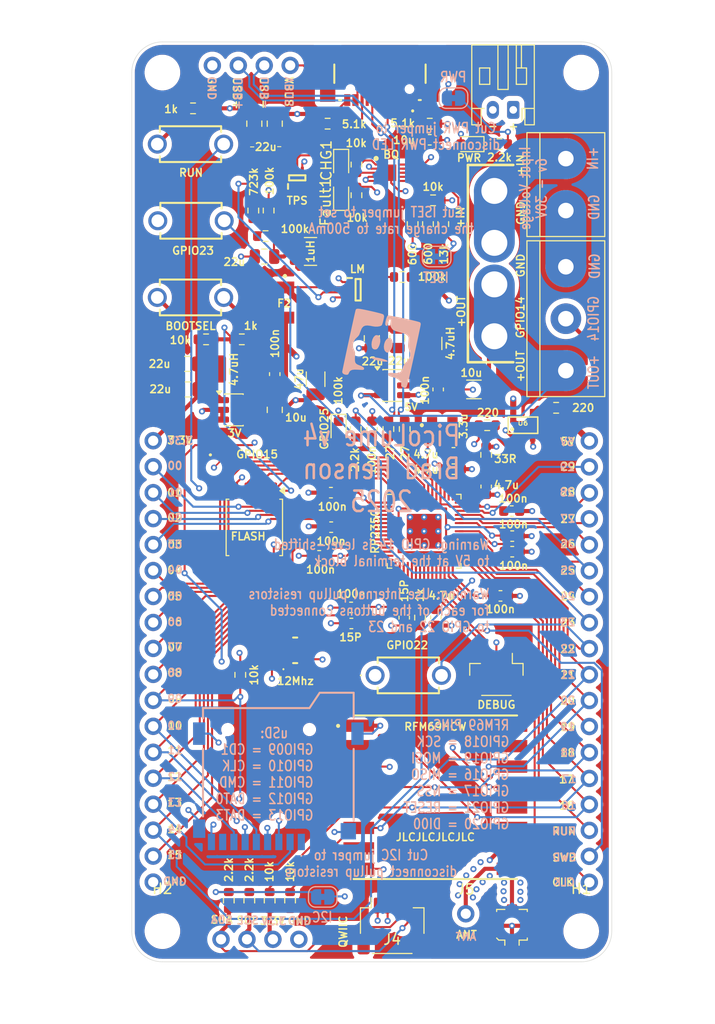
<source format=kicad_pcb>
(kicad_pcb (version 20241229) (generator "pcbnew") (generator_version "9.0")
  (layers (0 "F.Cu" signal) (4 "In1.Cu" signal) (6 "In2.Cu" signal) (2 "B.Cu" signal) (13 "F.Paste" user) (15 "B.Paste" user) (5 "F.SilkS" user "F.Silkscreen") (7 "B.SilkS" user "B.Silkscreen") (1 "F.Mask" user) (3 "B.Mask" user) (25 "Edge.Cuts" user))
  (net 0 "")
  (net 1 "GND")
  (net 2 "+1V1")
  (net 3 "/VREG_AVDD")
  (net 4 "/XIN")
  (net 5 "Net-(C14-Pad1)")
  (net 6 "+5V_BUCK")
  (net 7 "+3V3")
  (net 8 "VSYS_5V")
  (net 9 "+5V")
  (net 10 "Net-(U5-SW)")
  (net 11 "Net-(U5-BST)")
  (net 12 "VSYS")
  (net 13 "EXT_FUSED")
  (net 14 "Net-(U8-SW)")
  (net 15 "Net-(U8-BST)")
  (net 16 "Net-(IC1-VOUT_1)")
  (net 17 "VBUS")
  (net 18 "Net-(CHG1-K)")
  (net 19 "Net-(D1-A)")
  (net 20 "Net-(D2-K)")
  (net 22 "/GPIO15")
  (net 23 "Net-(Fault1-K)")
  (net 24 "Net-(IC1-ST)")
  (net 25 "Net-(IC2-TS{slash}MR)")
  (net 26 "Net-(IC2-STAT2)")
  (net 27 "VBAT")
  (net 28 "Net-(IC2-ILIM{slash}VSET)")
  (net 29 "Net-(IC2-STAT1)")
  (net 30 "Net-(IC2-ISET)")
  (net 31 "/EN")
  (net 32 "Net-(IC3-SW)")
  (net 33 "Net-(IC3-FB)")
  (net 34 "/GPIO3")
  (net 35 "/GPIO13")
  (net 36 "/GPIO0")
  (net 37 "/GPIO2")
  (net 38 "/GPIO4")
  (net 39 "/GPIO6")
  (net 40 "/GPIO14")
  (net 41 "/GPIO7")
  (net 42 "/GPIO11")
  (net 43 "/GPIO5")
  (net 44 "/GPIO1")
  (net 45 "/GPIO12")
  (net 46 "/GPIO10")
  (net 47 "/GPIO9")
  (net 48 "/GPIO8")
  (net 49 "/GPIO19")
  (net 50 "/GPIO22")
  (net 51 "/RUN")
  (net 52 "/SWD")
  (net 53 "/GPIO26_ADC0")
  (net 54 "/SWCLK")
  (net 55 "/GPIO27_ADC1")
  (net 56 "/GPIO24")
  (net 57 "/GPIO21")
  (net 58 "/GPIO20")
  (net 59 "/GPIO23")
  (net 60 "/GPIO16")
  (net 61 "/GPIO18")
  (net 62 "/GPIO29_ADC3")
  (net 63 "/GPIO17")
  (net 64 "/GPIO28_ADC2")
  (net 65 "/GPIO25")
  (net 66 "EXTPOWER")
  (net 67 "/5V_PIN14")
  (net 68 "Net-(J5-Pin_1)")
  (net 70 "/USB_N")
  (net 71 "Net-(J11-CC2)")
  (net 73 "Net-(J11-CC1)")
  (net 76 "/USB_P")
  (net 81 "Net-(JP1-A)")
  (net 82 "Net-(JP2-A)")
  (net 83 "Net-(JP3-A)")
  (net 84 "/VREG_LX")
  (net 85 "/XOUT")
  (net 86 "Net-(R4-Pad1)")
  (net 87 "/QSPI_SS")
  (net 88 "Net-(R6-Pad2)")
  (net 89 "Net-(U1-USB_DP)")
  (net 90 "Net-(U1-USB_DM)")
  (net 91 "Net-(R15-Pad2)")
  (net 92 "/QSPI_SD0")
  (net 93 "/QSPI_SCLK")
  (net 94 "/QSPI_SD2")
  (net 95 "/QSPI_SD3")
  (net 96 "/QSPI_SD1")
  (net 102 "Net-(R31-Pad1)")
  (footprint "Capacitor_SMD:C_0603_1608Metric" (layer "F.Cu") (at 129.675 100.325 -90)
    (property "Reference" "C13" (hide yes))
    (property "Value" "15p")
  )
  (footprint "Capacitor_SMD:C_0603_1608Metric" (layer "F.Cu") (at 137.7 87.5 -90)
    (property "Reference" "C9" (hide yes))
    (property "Value" "4.7u")
  )
  (footprint "MountingHole:MountingHole_3.2mm_M3" (layer "F.Cu") (at 147 131)
    (property "Reference" "H1")
    (property "Value" "MountingHole")
  )
  (footprint "Capacitor_SMD:C_0805_2012Metric" (layer "F.Cu") (at 108.45 75.5 180)
    (property "Reference" "C20" (hide yes))
    (property "Value" "22u")
  )
  (footprint "footprints:35222" (layer "F.Cu") (at 140.35 65.69 -90)
    (property "Reference" "J12" (hide yes))
    (property "Value" "Blade Fuse" (hide yes))
  )
  (footprint "Capacitor_SMD:C_0603_1608Metric" (layer "F.Cu") (at 121.35 94.275 180)
    (property "Reference" "C3" (hide yes))
    (property "Value" "100n")
  )
  (footprint "footprints:SOT-25" (layer "F.Cu") (at 141.3 81.5)
    (property "Reference" "U6")
    (property "Value" "74AHCT1G125" (hide yes))
  )
  (footprint "Capacitor_SMD:C_0603_1608Metric" (layer "F.Cu") (at 126.525 81.875 90)
    (property "Reference" "C1" (hide yes))
    (property "Value" "100n")
  )
  (footprint "Resistor_SMD:R_0603_1608Metric" (layer "F.Cu") (at 109 50.5)
    (property "Reference" "R4" (hide yes))
    (property "Value" "1k")
  )
  (footprint "Resistor_SMD:R_0603_1608Metric" (layer "F.Cu") (at 129.725 81.875 -90)
    (property "Reference" "R8" (hide yes))
    (property "Value" "27")
  )
  (footprint "Resistor_SMD:R_0603_1608Metric" (layer "F.Cu") (at 116.4 60.5 -90)
    (property "Reference" "R17" (hide yes))
    (property "Value" "100k")
  )
  (footprint "Resistor_SMD:R_0603_1608Metric" (layer "F.Cu") (at 112.5 128 -90)
    (property "Reference" "2.2k")
    (property "Value" "2.2k")
  )
  (footprint "Capacitor_SMD:C_0603_1608Metric" (layer "F.Cu") (at 122.525 91.475 180)
    (property "Reference" "C8" (hide yes))
    (property "Value" "100n")
  )
  (footprint "Capacitor_SMD:C_0603_1608Metric" (layer "F.Cu") (at 134.5 84.2)
    (property "Reference" "C12" (hide yes))
    (property "Value" "4.7u")
  )
  (footprint "LED_SMD:LED_0603_1608Metric" (layer "F.Cu") (at 136 54 180)
    (property "Reference" "D2" (hide yes))
    (property "Value" "LED")
  )
  (footprint "TerminalBlock:TerminalBlock_bornier-3_P5.08mm" (layer "F.Cu") (at 145.5 66 -90)
    (property "Reference" "J7" (hide yes))
    (property "Value" "Screw_Terminal_01x03")
  )
  (footprint "Connector_PinHeader_2.54mm:PinHeader_1x18_P2.54mm_Vertical" (layer "F.Cu") (at 105.1 83.02)
    (property "Reference" "J1" (hide yes))
    (property "Value" "Conn_01x18_Pin")
  )
  (footprint "footprints:RP2350-QFN-60-1EP_7x7_P0.4mm_EP3.4x3.4mm_ThermalVias" (layer "F.Cu") (at 131.625 91.875)
    (property "Reference" "U1" (hide yes))
    (property "Value" "RP2350_60QFN")
  )
  (footprint "Package_TO_SOT_SMD:TSOT-23-6" (layer "F.Cu") (at 113 80)
    (property "Reference" "U5" (hide yes))
    (property "Value" "AP63203WU")
  )
  (footprint "Connector_Coaxial:U.FL_Molex_MCRF_73412-0110_Vertical" (layer "F.Cu") (at 140.225 130.375 180)
    (property "Reference" "J8" (hide yes))
    (property "Value" "Conn_Coaxial")
  )
  (footprint "Resistor_SMD:R_0603_1608Metric" (layer "F.Cu") (at 133.5 61.825 90)
    (property "Reference" "R28" (hide yes))
    (property "Value" "13k")
  )
  (footprint "Resistor_SMD:R_0603_1608Metric" (layer "F.Cu") (at 114.51 128 -90)
    (property "Reference" "2.2k")
    (property "Value" "2.2k")
  )
  (footprint "Connector_PinHeader_2.54mm:PinHeader_1x01_P2.54mm_Vertical" (layer "F.Cu") (at 135.7 129.3)
    (property "Reference" "J5")
    (property "Value" "Conn_01x01_Pin")
  )
  (footprint "Capacitor_SMD:C_0603_1608Metric" (layer "F.Cu") (at 124.5 100.9 180)
    (property "Reference" "C14" (hide yes))
    (property "Value" "15p")
  )
  (footprint "Capacitor_SMD:C_0805_2012Metric" (layer "F.Cu") (at 116 65 180)
    (property "Reference" "C22" (hide yes))
    (property "Value" "22u")
  )
  (footprint "footprints:1206L075132WR" (layer "F.Cu") (at 118 69.5 -90)
    (property "Reference" "F2" (hide yes))
    (property "Value" "Polyfuse" (hide yes))
  )
  (footprint "Inductor_SMD:L_1210_3225Metric" (layer "F.Cu") (at 113 76)
    (property "Reference" "L2" (hide yes))
    (property "Value" "4.7u")
  )
  (footprint "Capacitor_SMD:C_0603_1608Metric" (layer "F.Cu") (at 139.1 98.2)
    (property "Reference" "C6" (hide yes))
    (property "Value" "100n")
  )
  (footprint "Capacitor_SMD:C_0805_2012Metric" (layer "F.Cu") (at 108.5 78 180)
    (property "Reference" "C16" (hide yes))
    (property "Value" "22u")
  )
  (footprint "footprints:INPI15TAT5R5G5B" (layer "F.Cu") (at 112.05 83.925)
    (property "Reference" "D3" (hide yes))
    (property "Value" "WS2812B" (hide yes))
  )
  (footprint "Resistor_SMD:R_0603_1608Metric" (layer "F.Cu") (at 116.1 63)
    (property "Reference" "R14" (hide yes))
    (property "Value" "100k")
  )
  (footprint "Capacitor_SMD:C_0603_1608Metric" (layer "F.Cu") (at 134.5 85.8)
    (property "Reference" "C28" (hide yes))
    (property "Value" "4.7u")
  )
  (footprint "Resistor_SMD:R_0603_1608Metric" (layer "F.Cu") (at 130.5 61.825 90)
    (property "Reference" "R26" (hide yes))
    (property "Value" "600")
  )
  (footprint "Resistor_SMD:R_0603_1608Metric" (layer "F.Cu") (at 128.125 81.875 -90)
    (property "Reference" "R7" (hide yes))
    (property "Value" "27")
  )
  (footprint "Connector_JST:JST_PH_S2B-PH-K_1x02_P2.00mm_Horizontal" (layer "F.Cu") (at 140.35 50.65 180)
    (property "Reference" "J9" (hide yes))
    (property "Value" "Conn_01x02_Pin")
  )
  (footprint "MountingHole:MountingHole_3.2mm_M3" (layer "F.Cu") (at 147 47)
    (property "Reference" "H3" (hide yes))
    (property "Value" "MountingHole")
  )
  (footprint "Capacitor_SMD:C_0805_2012Metric" (layer "F.Cu") (at 117 52 90)
    (property "Reference" "C17" (hide yes))
    (property "Value" "22u")
  )
  (footprint "Resistor_SMD:R_0603_1608Metric" (layer "F.Cu") (at 124.925 81.875 90)
    (property "Reference" "R9" (hide yes))
    (property "Value" "2.2k")
  )
  (footprint "Connector_JST:JST_SH_BM03B-SRSS-TB_1x03-1MP_P1.00mm_Vertical" (layer "F.Cu") (at 138.7 105.925 180)
    (property "Reference" "J10" (hide yes))
    (property "Value" "Conn_01x03_Pin")
  )
  (footprint "Resistor_SMD:R_0603_1608Metric" (layer "F.Cu") (at 110.275 73.1)
    (property "Reference" "R10" (hide yes))
    (property "Value" "10K")
  )
  (footprint "Resistor_SMD:R_0603_1608Metric" (layer "F.Cu") (at 131.225 100.325 -90)
    (property "Reference" "R1" (hide yes))
    (property "Value" "1k")
  )
  (footprint "Connector_PinHeader_2.54mm:PinHeader_1x18_P2.54mm_Vertical" (layer "F.Cu") (at 147.8 83.04)
    (property "Reference" "J3" (hide yes))
    (property "Value" "Conn_01x18_Pin")
  )
  (footprint "MountingHole:MountingHole_3.2mm_M3" (layer "F.Cu") (at 106 131)
    (property "Reference" "H2")
    (property "Value" "MountingHole")
  )
  (footprint "footprints:FSMH" (layer "F.Cu") (at 126.825 105.975)
    (property "Reference" "SW4" (hide yes))
    (property "Value" "SW_Push" (hide yes))
  )
  (footprint "Resistor_SMD:R_0603_1608Metric" (layer "F.Cu") (at 132.5 59.5 180)
    (property "Reference" "R29" (hide yes))
    (property "Value" "10k")
  )
  (footprint "Capacitor_SMD:C_0603_1608Metric" (layer "F.Cu") (at 132.175 53.575)
    (property "Reference" "C27" (hide yes))
    (property "Value" "10u")
  )
  (footprint "Inductor_SMD:L_1210_3225Metric" (layer "F.Cu") (at 120.5 64.5 180)
    (property "Reference" "L4" (hide yes))
    (property "Value" "1uH")
  )
  (footprint "Resistor_SMD:R_0603_1608Metric" (layer "F.Cu") (at 137.8 81.5)
    (property "Reference" "R15" (hide yes))
    (property "Value" "220")
  )
  (footprint "Resistor_SMD:R_0603_1608Metric" (layer "F.Cu") (at 125 59 -90)
    (property "Reference" "R25" (hide yes))
    (property "Value" "10k")
  )
  (footprint "Resistor_SMD:R_0603_1608Metric" (layer "F.Cu") (at 114.9 60.5 90)
    (property "Reference" "R16" (hide yes))
    (property "Value" "723k")
  )
  (footprint "Capacitor_SMD:C_1206_3216Metric" (layer "F.Cu") (at 121 77 -90)
    (property "Reference" "C26" (hide yes))
    (property "Value" "47u")
  )
  (footprint "LED_SMD:LED_0603_1608Metric" (layer "F.Cu") (at 123.5 59 90)
    (property "Reference" "Fault1")
    (property "Value" "LED")
  )
  (footprint "Connector_PinHeader_2.54mm:PinHeader_1x04_P2.54mm_Vertical" (layer "F.Cu") (at 110.89 46.3 90)
    (property "Reference" "J13" (hide yes))
    (property "Value" "Conn_01x04_Pin" (hide yes))
  )
  (footprint "Package_TO_SOT_SMD:TSOT-23-6" (layer "F.Cu") (at 128.5 77.6125)
    (property "Reference" "U8" (hide yes))
    (property "Value" "AP63205WU")
  )
  (footprint "Connector_PinHeader_2.54mm:PinHeader_1x04_P2.54mm_Vertical" (layer "F.Cu") (at 111.74 131.8 90)
    (property "Reference" "J2" (hide yes))
    (property "Value" "Conn_01x04_Pin")
  )
  (footprint "Capacitor_SMD:C_1206_3216Metric" (layer "F.Cu") (at 136.5 78 180)
    (property "Reference" "C23" (hide yes))
    (property "Value" "10u")
  )
  (footprint "footprints:FSMH" (layer "F.Cu") (at 105.55 61.5)
    (property "Reference" "SW3" (hide yes))
    (property "Value" "SW_Push" (hide yes))
  )
  (footprint "Capacitor_SMD:C_0603_1608Metric" (layer "F.Cu") (at 132.775 100.3 -90)
    (property "Reference" "C10" (hide yes))
    (property "Value" "4.7u")
  )
  (footprint "footprints:FSMH" (layer "F.Cu") (at 105.5 69)
    (property "Reference" "SW1" (hide yes))
    (property "Value" "SW_Push" (hide yes))
  )
  (footprint "Capacitor_SMD:C_0603_1608Metric" (layer "F.Cu") (at 140.25 92.35)
    (property "Reference" "C11" (hide yes))
    (property "Value" "100n")
  )
  (footprint "Capacitor_SMD:C_0603_1608Metric" (layer "F.Cu") (at 140.2 89.9)
    (property "Reference" "C4" (hide yes))
    (property "Value" "100n")
  )
  (footprint "Resistor_SMD:R_0603_1608Metric" (layer "F.Cu") (at 144.55 79.8)
    (property "Reference" "R31" (hide yes))
    (property "Value" "220")
  )
  (footprint "footprints:SON40P220X200X80-11N" (layer "F.Cu") (at 128.4 56.8)
    (property "Reference" "IC2" (hide yes))
    (property "Value" "BQ25185DLHR" (hide yes))
  )
  (footprint "footprints:MOD_COM-13909" (layer "F.Cu") (at 132.725 117.9)
    (property "Reference" "U4" (hide yes))
    (property "Value" "RFM69HCW")
  )
  (footprint "Resistor_SMD:R_0603_1608Metric" (layer "F.Cu") (at 113.625 105.925 -90)
    (property "Reference" "R30" (hide yes))
    (property "Value" "10k")
  )
  (footprint "Capacitor_SMD:C_0805_2012Metric" (layer "F.Cu") (at 129 73 -90)
    (property "Reference" "C25" (hide yes))
    (property "Value" "22u")
  )
  (footprint "Resistor_SMD:R_0603_1608Metric" (layer "F.Cu") (at 122.175 52)
    (property "Reference" "R18" (hide yes))
    (property "Value" "5.1k")
  )
  (footprint "Resistor_SMD:R_0603_1608Metric" (layer "F.Cu") (at 113.775 73.1)
    (property "Reference" "R6" (hide yes))
    (property "Value" "1k")
  )
  (footprint "TerminalBlock:TerminalBlock_bornier-2_P5.08mm" (layer "F.Cu") (at 145.5 55.42 -90)
    (property "Reference" "J6" (hide yes))
    (property "Value" "Screw_Terminal_01x02")
  )
  (footprint "Resistor_SMD:R_0603_1608Metric" (layer "F.Cu") (at 132.175 52)
    (property "Reference" "R19" (hide yes))
    (property "Value" "5.1k")
  )
  (footprint "Inductor_SMD:L_1210_3225Metric" (layer "F.Cu") (at 132 73.5 -90)
    (property "Reference" "L3" (hide yes))
    (property "Value" "4.7u")
  )
  (footprint "footprints:GSB1C41110SSHR" (layer "F.Cu") (at 127.3 46.3 180)
    (property "Reference" "J11" (hide yes))
    (property "Value" "GSB1C41110SSHR" (hide yes))
  )
  (footprint "Capacitor_SMD:C_0603_1608Metric" (layer "F.Cu") (at 133 78 -90)
    (property "Reference" "C24" (hide yes))
    (property "Value" "100n")
  )
  (footprint "Capacitor_SMD:C_0805_2012Metric" (layer "F.Cu") (at 126.5 73 -90)
    (property "Reference" "C15" (hide yes))
    (property "Value" "22u")
  )
  (footprint "footprints:SOTFL50P160X60-8N" (layer "F.Cu") (at 125.162 68.25)
    (property "Reference" "IC1" (hide yes))
    (property "Value" "LM66200DRLR" (hide yes))
  )
  (footprint "Capacitor_SMD:C_0603_1608Metric" (layer "F.Cu") (at 124.475 99.325 180)
    (property "Reference" "C7" (hide yes))
    (property "Value" "100n")
  )
  (footprint "Resistor_SMD:R_0603_1608Metric" (layer "F.Cu") (at 132 61.825 90)
    (property "Reference" "R27" (hide yes))
    (property "Value" "600")
  )
  (footprint "Resistor_SMD:R_0603_1608Metric" (layer "F.Cu") (at 116.5 128 -90)
    (property "Reference" "10k")
    (property "Value" "10k")
  )
  (footprint "LED_SMD:LED_0603_1608Metric" (layer "F.Cu") (at 123.5 56 -90)
    (property "Reference" "CHG1")
    (property "Value" "LED")
  )
  (footprint "Package_SO:SOIC-8_5.3x5.3mm_P1.27mm" (layer "F.Cu") (at 115 91.5 -90)
    (property "Reference" "U2" (hide yes))
    (property "Value" "W25Q128JVS")
  )
  (footprint "Connector_JST:JST_SH_SM04B-SRSS-TB_1x04-1MP_P1.00mm_Horizontal" (layer "F.Cu") (at 128.5 130.5)
    (property "Reference" "J4")
    (property "Value" "Conn_01x04_Pin")
  )
  (footprint "footprints:ABM8272T3" (layer "F.Cu") (at 119 103.525)
    (property "Reference" "Y1" (hide yes))
    (property "Value" "Crystal_GND24" (hide yes))
  )
  (footprint "MountingHole:MountingHole_3.2mm_M3" (layer "F.Cu") (at 106 47)
    (property "Reference" "H4" (hide yes))
    (property "Value" "MountingHole")
  )
  (footprint "Capacitor_SMD:C_0603_1608Metric" (layer "F.Cu") (at 122.5 88.1 180)
    (property "Reference" "C2" (hide yes))
    (property "Value" "100n")
  )
  (footprint "Capacitor_SMD:C_0805_2012Metric" (layer "F.Cu") (at 115 52 90)
    (property "Reference" "C21" (hide yes))
    (property "Value" "22u")
  )
  (footprint "Capacitor_SMD:C_0805_2012Metric" (layer "F.Cu") (at 117 80 -90)
    (property "Reference" "C18" (hide yes))
    (property "Value" "10u")
  )
  (footprint "footprints:SOTFL50P160X60-6N" (layer "F.Cu") (at 119.2 57.3 90)
    (property "Reference" "IC3" (hide yes))
    (property "Value" "TPS61023DRLT" (hide yes))
  )
  (footprint "Resistor_SMD:R_0603_1608Metric" (layer "F.Cu") (at 139 54 180)
    (property "Reference" "R13" (hide yes))
    (property "Value" "2.2k")
  )
  (footprint "Resistor_SMD:R_0603_1608Metric" (layer "F.Cu") (at 129.5 67 180)
    (property "Reference" "R21" (hide yes))
    (property "Value" "100k")
  )
  (footprint "Capacitor_SMD:C_0603_1608Metric" (layer "F.Cu") (at 117 76.5 90)
    (property "Reference" "C19" (hide yes))
    (property "Value" "100n")
  )
  (footprint "footprints:FSMH" (layer "F.Cu") (at 105.5 54)
    (property "Reference" "SW2" (hide yes))
    (property "Value" "SW_Push" (hide yes))
  )
  (footprint "Resistor_SMD:R_0603_1608Metric" (layer "F.Cu") (at 125 56 90)
    (property "Reference" "R24" (hide yes))
    (property "Value" "10k")
  )
  (footprint "footprints:AOTAB201610S3R3101T" (layer "F.Cu") (at 133.4 81.5)
    (property "Reference" "L1" (hide yes))
    (property "Value" "3.3u" (hide yes))
  )
  (footprint "Resistor_SMD:R_0603_1608Metric" (layer "F.Cu") (at 137.7 84.4 -90)
    (property "Reference" "R5" (hide yes))
    (property "Value" "33")
  )
  (footprint "Resistor_SMD:R_0603_1608Metric" (layer "F.Cu") (at 118.5 128 -90)
    (property "Reference" "10k")
    (property "Value" "10k")
  )
  (footprint "LED_SMD:LED_0603_1608Metric" (layer "F.Cu") (at 123.25 81.925 -90)
    (property "Reference" "D1" (hide yes))
    (property "Value" "LED")
  )
  (footprint "Capacitor_SMD:C_0603_1608Metric" (layer "F.Cu") (at 140.25 93.875)
    (property "Reference" "C5" (hide yes))
    (property "Value" "100n")
  )
  (footprint "LOGO" (layer "B.Cu") (at 127.45 73.95 180)
    (property "Reference" "G***" (hide yes))
    (property "Value" "LOGO" (hide yes))
  )
  (footprint "Jumper:SolderJumper-2_P1.3mm_Bridged_RoundedPad1.0x1.5mm" (layer "B.Cu") (at 121.7 127.65)
    (property "Reference" "JP1" (hide yes))
    (property "Value" "Cut to Disconnect")
  )
  (footprint "Jumper:SolderJumper-2_P1.3mm_Bridged_RoundedPad1.0x1.5mm" (layer "B.Cu") (at 132.85 65)
    (property "Reference" "JP3" (hide yes))
    (property "Value" "Cut")
  )
  (footprint "footprints:MSD4A" (layer "B.Cu") (at 117.35 115.375)
    (property "Reference" "J14" (hide yes))
    (property "Value" "MSD-4-A" (hide yes))
  )
  (footprint "Jumper:SolderJumper-2_P1.3mm_Bridged_RoundedPad1.0x1.5mm" (layer "B.Cu") (at 134.5 49.5 180)
    (property "Reference" "JP2" (hide yes))
    (property "Value" "Cut to Disconnect")
  )
  (gr_line (start 117.275 54.25) (end 117.6 54.25) (stroke (width 0.1)) (layer "F.SilkS"))
  (gr_line (start 114.625 54.275) (end 114.95 54.275) (stroke (width 0.1)) (layer "F.SilkS"))
  (gr_line (start 147 134) (end 106 134) (stroke (width 0.05)) (layer "Edge.Cuts"))
  (gr_arc (start 147 44) (mid 149.12132 44.87868) (end 150 47) (stroke (width 0.05)) (layer "Edge.Cuts"))
  (gr_line (start 147 44) (end 106 44) (stroke (width 0.05)) (layer "Edge.Cuts"))
  (gr_line (start 103 47) (end 103 131) (stroke (width 0.05)) (layer "Edge.Cuts"))
  (gr_arc (start 106 134) (mid 103.87868 133.12132) (end 103 131) (stroke (width 0.05)) (layer "Edge.Cuts"))
  (gr_arc (start 103 47) (mid 103.87868 44.87868) (end 106 44) (stroke (width 0.05)) (layer "Edge.Cuts"))
  (gr_line (start 150 47) (end 150 131) (stroke (width 0.05)) (layer "Edge.Cuts"))
  (gr_arc (start 150 131) (mid 149.12132 133.12132) (end 147 134) (stroke (width 0.05)) (layer "Edge.Cuts"))
  (gr_text "TPS" (at 119.2 59.525 0) (layer "F.SilkS") (effects (font (size 0.75 0.75))))
  (gr_text "4.7uH" (at 134.2 73.5 90) (layer "F.SilkS") (effects (font (size 0.75 0.75))))
  (gr_text "07" (at 107.225 103.225 0) (layer "F.SilkS") (effects (font (size 0.75 0.75))))
  (gr_text "10k" (at 132.5 58.175 0) (layer "F.SilkS") (effects (font (size 0.75 0.75))))
  (gr_text "5.1k" (at 124.775 52.05 0) (layer "F.SilkS") (effects (font (size 0.75 0.75))))
  (gr_text "JLCJLCJLCJLC" (at 132.725 121.8 0) (layer "F.SilkS") (effects (font (size 0.75 0.75))))
  (gr_text "02" (at 107.2 90.55 0) (layer "F.SilkS") (effects (font (size 0.75 0.75))))
  (gr_text "4.7u" (at 131.8 84.35 0) (layer "F.SilkS") (effects (font (size 0.75 0.75))))
  (gr_text "10k" (at 114.975 105.925 90) (layer "F.SilkS") (effects (font (size 0.75 0.75))))
  (gr_text "GND" (at 107.225 126.15 0) (layer "F.SilkS") (effects (font (size 0.75 0.75))))
  (gr_text "18" (at 145.675 113.55 0) (layer "F.SilkS") (effects (font (size 0.75 0.75))))
  (gr_text "220" (at 137.875 80.275 0) (layer "F.SilkS") (effects (font (size 0.75 0.75))))
  (gr_text "100n" (at 131.7 78.075 90) (layer "F.SilkS") (effects (font (size 0.75 0.75))))
  (gr_text "15P" (at 129.675 97.7 90) (layer "F.SilkS") (effects (font (size 0.75 0.75))))
  (gr_text "22u" (at 126.575 75.25 0) (layer "F.SilkS") (effects (font (size 0.75 0.75))))
  (gr_text "USB-" (at 115.925 48.975 270) (layer "F.SilkS") (effects (font (size 0.75 0.75))))
  (gr_text "14" (at 107.2 121.025 0) (layer "F.SilkS") (effects (font (size 0.75 0.75))))
  (gr_text "11" (at 107.225 113.3 0) (layer "F.SilkS") (effects (font (size 0.75 0.75))))
  (gr_text "100k" (at 118.975 62.3 0) (layer "F.SilkS") (effects (font (size 0.75 0.75))))
  (gr_text "+IN" (at 141.1 56.04 90) (layer "F.SilkS") (effects (font (size 0.75 0.75))))
  (gr_text "1k" (at 114.65 71.775 0) (layer "F.SilkS") (effects (font (size 0.75 0.75))))
  (gr_text "08" (at 107.2 105.725 0) (layer "F.SilkS") (effects (font (size 0.75 0.75))))
  (gr_text "100n" (at 117.025 73.5 90) (layer "F.SilkS") (effects (font (size 0.75 0.75))))
  (gr_text "27" (at 128.3 84.175 90) (layer "F.SilkS") (effects (font (size 0.75 0.75))))
  (gr_text "1uH" (at 120.5 64.5 90) (layer "F.SilkS") (effects (font (size 0.75 0.75))))
  (gr_text "GPIO15" (at 115.275 84.35 0) (layer "F.SilkS") (effects (font (size 0.75 0.75))))
  (gr_text "28" (at 145.7 88.025 0) (layer "F.SilkS") (effects (font (size 0.75 0.75))))
  (gr_text "2.2k" (at 139 55.3 0) (layer "F.SilkS") (effects (font (size 0.75 0.75))))
  (gr_text "SWD" (at 145.35 123.8 0) (layer "F.SilkS") (effects (font (size 0.75 0.75))))
  (gr_text "GND" (at 110.825 48.525 270) (layer "F.SilkS") (effects (font (size 0.75 0.75))))
  (gr_text "QWIIC" (at 123.7 131.05 90) (layer "F.SilkS") (effects (font (size 0.75 0.75))))
  (gr_text "1k" (at 131.2 98.125 90) (layer "F.SilkS") (effects (font (size 0.75 0.75))))
  (gr_text "21" (at 145.7 105.925 0) (layer "F.SilkS") (effects (font (size 0.75 0.75))))
  (gr_text "RP2350" (at 126.825 91.9 90) (layer "F.SilkS") (effects (font (size 0.75 0.75))))
  (gr_text "13" (at 107.2 118.425 0) (layer "F.SilkS") (effects (font (size 0.75 0.75))))
  (gr_text "05" (at 107.2 98.25 0) (layer "F.SilkS") (effects (font (size 0.75 0.75))))
  (gr_text "12Mhz" (at 119.025 106.525 0) (layer "F.SilkS") (effects (font (size 0.75 0.75))))
  (gr_text "-" (at 138.35 52.225 0) (layer "F.SilkS") (effects (font (size 0.75 0.75))))
  (gr_text "10k" (at 124.975 53.9 0) (layer "F.SilkS") (effects (font (size 0.75 0.75))))
  (gr_text "600" (at 130.475 64.775 90) (layer "F.SilkS") (effects (font (size 0.75 0.75))))
  (gr_text "723k" (at 114.95 57.675 90) (layer "F.SilkS") (effects (font (size 0.75 0.75))))
  (gr_text "RUN" (at 108.8 56.8 0) (layer "F.SilkS") (effects (font (size 0.75 0.75))))
  (gr_text "100k" (at 123.225 78.1 90) (layer "F.SilkS") (effects (font (size 0.75 0.75))))
  (gr_text "16" (at 145.575 118.725 0) (layer "F.SilkS") (effects (font (size 0.75 0.75))))
  (gr_text "GPIO22" (at 129.975 103.025 0) (layer "F.SilkS") (effects (font (size 0.75 0.75))))
  (gr_text "GND" (at 141.075 65.875 90) (layer "F.SilkS") (effects (font (size 0.75 0.75))))
  (gr_text "09" (at 107.225 108.275 0) (layer "F.SilkS") (effects (font (size 0.75 0.75))))
  (gr_text "GPIO23" (at 109 64.425 0) (layer "F.SilkS") (effects (font (size 0.75 0.75))))
  (gr_text "19" (at 145.7 111.025 0) (layer "F.SilkS") (effects (font (size 0.75 0.75))))
  (gr_text "4.7u" (at 139.675 87.35 0) (layer "F.SilkS") (effects (font (size 0.75 0.75))))
  (gr_text "+" (at 140.375 52.25 0) (layer "F.SilkS") (effects (font (size 0.75 0.75))))
  (gr_text "10k" (at 107.75 73.175 0) (layer "F.SilkS") (effects (font (size 0.75 0.75))))
  (gr_text "22u" (at 105.725 75.5 0) (layer "F.SilkS") (effects (font (size 0.75 0.75))))
  (gr_text "3.3u" (at 135.475 81.6 90) (layer "F.SilkS") (effects (font (size 0.75 0.75))))
  (gr_text "DEBUG" (at 138.7 108.85 0) (layer "F.SilkS") (effects (font (size 0.75 0.75))))
  (gr_text "00" (at 107.225 85.475 0) (layer "F.SilkS") (effects (font (size 0.75 0.75))))
  (gr_text "10" (at 107.225 110.9 0) (layer "F.SilkS") (effects (font (size 0.75 0.75))))
  (gr_text "+OUT" (at 141.05 75.75 90) (layer "F.SilkS") (effects (font (size 0.75 0.75))))
  (gr_text "22u" (at 116.125 54.275 0) (layer "F.SilkS") (effects (font (size 0.75 0.75))))
  (gr_text "FLASH" (at 114.4 92.375 0) (layer "F.SilkS") (effects (font (size 0.75 0.75))))
  (gr_text "5V" (at 130.35 79.725 0) (layer "F.SilkS") (effects (font (size 0.7 0.7))))
  (gr_text "03" (at 107.225 93.175 0) (layer "F.SilkS") (effects (font (size 0.75 0.75))))
  (gr_text "BQ" (at 128.4 55.025 0) (layer "F.SilkS") (effects (font (size 0.75 0.75))))
  (gr_text "PWR" (at 136.025 55.35 0) (layer "F.SilkS") (effects (font (size 0.75 0.75))))
  (gr_text "1k" (at 106.85 50.575 0) (layer "F.SilkS") (effects (font (size 0.75 0.75))))
  (gr_text "23" (at 145.7 100.8 0) (layer "F.SilkS") (effects (font (size 0.75 0.75))))
  (gr_text "CLK" (at 145.225 126.225 0) (layer "F.SilkS") (effects (font (size 0.75 0.75))))
  (gr_text "4.7u" (at 131.8 85.85 0) (layer "F.SilkS") (effects (font (size 0.75 0.75))))
  (gr_text "GPIO25" (at 121.85 81.85 90) (layer "F.SilkS") (effects (font (size 0.75 0.75))))
  (gr_text "26" (at 145.7 93.125 0) (layer "F.SilkS") (effects (font (size 0.75 0.75))))
  (gr_text "3V" (at 113.05 82.275 0) (layer "F.SilkS") (effects (font (size 0.75 0.75))))
  (gr_text "47u" (at 119.4 77 90) (layer "F.SilkS") (effects (font (size 0.75 0.75))))
  (gr_text "100k" (at 116.5 57.6 90) (layer "F.SilkS") (effects (font (size 0.75 0.75))))
  (gr_text "17" (at 145.55 116.15 0) (layer "F.SilkS") (effects (font (size 0.75 0.75))))
  (gr_text "5.1k" (at 129.525 51.95 0) (layer "F.SilkS") (effects (font (size 0.75 0.75))))
  (gr_text "22u" (at 105.8 77.975 0) (layer "F.SilkS") (effects (font (size 0.75 0.75))))
  (gr_text "VBUS" (at 118.375 48.875 270) (layer "F.SilkS") (effects (font (size 0.75 0.75))))
  (gr_text "15P" (at 124.425 102.25 0) (layer "F.SilkS") (effects (font (size 0.75 0.75))))
  (gr_text "06" (at 107.225 100.75 0) (layer "F.SilkS") (effects (font (size 0.75 0.75))))
  (gr_text "100n" (at 122.64058 89.475 0) (layer "F.SilkS") (effects (font (size 0.75 0.75))))
  (gr_text "100n" (at 126.5 84.925 90) (layer "F.SilkS") (effects (font (size 0.75 0.75))))
  (gr_text "10u" (at 129.65 53.6 0) (layer "F.SilkS") (effects (font (size 0.75 0.75))))
  (gr_text "100n" (at 140.375 91.2 0) (layer "F.SilkS") (effects (font (size 0.75 0.75))))
  (gr_text "04" (at 107.2 95.675 0) (layer "F.SilkS") (effects (font (size 0.75 0.75))))
  (gr_text "29" (at 145.7 85.55 0) (layer "F.SilkS") (effects (font (size 0.75 0.75))))
  (gr_text "+IN" (at 135.175 61.175 90) (layer "F.SilkS") (effects (font (size 0.75 0.75))))
  (gr_text "27" (at 129.775 84.2 90) (layer "F.SilkS") (effects (font (size 0.75 0.75))))
  (gr_text "24" (at 145.7 98.25 0) (layer "F.SilkS") (effects (font (size 0.75 0.75))))
  (gr_text "15" (at 107.2 123.55 0) (layer "F.SilkS") (effects (font (size 0.75 0.75))))
  (gr_text "3.3V" (at 107.7 82.975 0) (layer "F.SilkS") (effects (font (size 0.75 0.75))))
  (gr_text "13k" (at 133.575 64.75 90) (layer "F.SilkS") (effects (font (size 0.75 0.75))))
  (gr_text "100n" (at 140.34058 88.675 0) (layer "F.SilkS") (effects (font (size 0.75 0.75))))
  (gr_text "100n" (at 139.1 99.5 0) (layer "F.SilkS") (effects (font (size 0.75 0.75))))
  (gr_text "SCL" (at 114.31 129.95 0) (layer "F.SilkS") (effects (font (size 0.75 0.75))))
  (gr_text "20" (at 145.675 108.45 0) (layer "F.SilkS") (effects (font (size 0.75 0.75))))
  (gr_text "12" (at 107.2 115.925 0) (layer "F.SilkS") (effects (font (size 0.75 0.75))))
  (gr_text "SDA" (at 111.81 129.875 0) (layer "F.SilkS") (effects (font (size 0.75 0.75))))
  (gr_text "33R" (at 139.575 84.8 0) (layer "F.SilkS") (effects (font (size 0.75 0.75))))
  (gr_text "25" (at 145.7 95.725 0) (layer "F.SilkS") (effects (font (size 0.75 0.75))))
  (gr_text "01" (at 107.2 88.1 0) (layer "F.SilkS") (effects (font (size 0.75 0.75))))
  (gr_text "220" (at 147.2 79.8 0) (layer "F.SilkS") (effects (font (size 0.75 0.75))))
  (gr_text "+OUT" (at 135.25 70.375 90) (layer "F.SilkS") (effects (font (size 0.75 0.75))))
  (gr_text "GND" (at 119.41 130 0) (layer "F.SilkS") (effects (font (size 0.75 0.75))))
  (gr_text "600" (at 132.025 64.725 90) (layer "F.SilkS") (effects (font (size 0.75 0.75))))
  (gr_text "10u" (at 136.25 76.375 0) (layer "F.SilkS") (effects (font (size 0.75 0.75))))
  (gr_text "RFM69HCW" (at 132.725 111 0) (layer "F.SilkS") (effects (font (size 0.75 0.75))))
  (gr_text "5V" (at 145.7 83.1 0) (layer "F.SilkS") (effects (font (size 0.75 0.75))))
  (gr_text "4.7u" (at 133.3 98.175 0) (layer "F.SilkS") (effects (font (size 0.75 0.75))))
  (gr_text "2.2k" (at 124.85 84.875 90) (layer "F.SilkS") (effects (font (size 0.75 0.75))))
  (gr_text "22" (at 145.675 103.4 0) (layer "F.SilkS") (effects (font (size 0.75 0.75))))
  (gr_text "100n" (at 124.475 98 0) (layer "F.SilkS") (effects (font (size 0.75 0.75))))
  (gr_text "100n" (at 122.525 92.85 0) (layer "F.SilkS") (effects (font (size 0.75 0.75))))
  (gr_text "4.7uH" (at 113 76.05 90) (layer "F.SilkS") (effects (font (size 0.75 0.75))))
  (gr_text "10u" (at 119.075 80.75 0) (layer "F.SilkS") (effects (font (size 0.75 0.75))))
  (gr_text "GPIO14" (at 141.05 70.95 90) (layer "F.SilkS") (effects (font (size 0.75 0.75))))
  (gr_text "10k" (at 125.075 61.2 0) (layer "F.SilkS") (effects (font (size 0.75 0.75))))
  (gr_text "F2" (at 117.925 69.575 0) (layer "F.SilkS") (effects (font (size 0.75 0.75))))
  (gr_text "100n" (at 140.39058 95.25 0) (layer "F.SilkS") (effects (font (size 0.75 0.75))))
  (gr_text "3.3V" (at 116.785 130 0) (layer "F.SilkS") (effects (font (size 0.75 0.75))))
  (gr_text "ANT" (at 135.775 131.35 0) (layer "F.SilkS") (effects (font (size 0.75 0.75))))
  (gr_text "RUN" (at 145.325 121.225 0) (layer "F.SilkS") (effects (font (size 0.75 0.75))))
  (gr_text "USB+" (at 113.3 49.025 270) (layer "F.SilkS") (effects (font (size 0.75 0.75))))
  (gr_text "GND" (at 141.1 60.75 90) (layer "F.SilkS") (effects (font (size 0.75 0.75))))
  (gr_text "100n" (at 121.49058 95.625 0) (layer "F.SilkS") (effects (font (size 0.75 0.75))))
  (gr_text "BOOTSEL" (at 108.75 71.8 0) (layer "F.SilkS") (effects (font (size 0.75 0.75))))
  (gr_text "LM" (at 125.1 66.225 0) (layer "F.SilkS") (effects (font (size 0.75 0.75))))
  (gr_text "22u" (at 113.05 65.525 0) (layer "F.SilkS") (effects (font (size 0.75 0.75))))
  (gr_text "100k" (at 132.4 66.975 0) (layer "F.SilkS") (effects (font (size 0.75 0.75))))
  (gr_text "22u" (at 129.15 75.2 0) (layer "F.SilkS") (effects (font (size 0.75 0.75))))
  (gr_text "27" (at 145.7 90.675 0) (layer "F.SilkS") (effects (font (size 0.75 0.75))))
  (gr_text "Input Voltage\n6v - 30V" (at 143.7 58.325 90) (layer "B.SilkS") (effects (font (size 1 0.8128) (thickness 0.1524) (bold yes)) (justify bottom mirror)))
  (gr_text "SWD" (at 145.375 123.775 -0) (layer "B.SilkS") (effects (font (size 0.75 0.75)) (justify mirror)))
  (gr_text "14" (at 107.25 121 -0) (layer "B.SilkS") (effects (font (size 0.75 0.75)) (justify mirror)))
  (gr_text "29" (at 145.625 85.6 -0) (layer "B.SilkS") (effects (font (size 0.75 0.75)) (justify mirror)))
  (gr_text "12" (at 107.25 115.9 -0) (layer "B.SilkS") (effects (font (size 0.75 0.75)) (justify mirror)))
  (gr_text "07" (at 107.225 103.2 -0) (layer "B.SilkS") (effects (font (size 0.75 0.75)) (justify mirror)))
  (gr_text "I2C" (at 121.65 130.225 0) (layer "B.SilkS") (effects (font (size 1 0.8128) (thickness 0.1524) (bold yes)) (justify bottom mirror)))
  (gr_text "06" (at 107.225 100.725 -0) (layer "B.SilkS") (effects (font (size 0.75 0.75)) (justify mirror)))
  (gr_text "27" (at 145.675 90.65 -0) (layer "B.SilkS") (effects (font (size 0.75 0.75)) (justify mirror)))
  (gr_text "VBUS" (at 118.45 48.875 -270) (layer "B.SilkS") (effects (font (size 0.75 0.75)) (justify mirror)))
  (gr_text "28" (at 145.625 88.075 -0) (layer "B.SilkS") (effects (font (size 0.75 0.75)) (justify mirror)))
  (gr_text "09" (at 107.225 108.25 -0) (layer "B.SilkS") (effects (font (size 0.75 0.75)) (justify mirror)))
  (gr_text "GND" (at 107.225 126.125 -0) (layer "B.SilkS") (effects (font (size 0.75 0.75)) (justify mirror)))
  (gr_text "PicoLume v4\nBrad Henson\n2025" (at 127.45 90.15 0) (layer "B.SilkS") (effects (font (size 2 1.6) (thickness 0.25) (bold yes)) (justify bottom mirror)))
  (gr_text "00" (at 107.225 85.45 -0) (layer "B.SilkS") (effects (font (size 0.75 0.75)) (justify mirror)))
  (gr_text "20" (at 145.7 108.425 -0) (layer "B.SilkS") (effects (font (size 0.75 0.75)) (justify mirror)))
  (gr_text "08" (at 107.25 105.7 -0) (layer "B.SilkS") (effects (font (size 0.75 0.75)) (justify mirror)))
  (gr_text "USB-" (at 116.025 48.975 -270) (layer "B.SilkS") (effects (font (size 0.75 0.75)) (justify mirror)))
  (gr_text "26" (at 145.675 93.1 -0) (layer "B.SilkS") (effects (font (size 0.75 0.75)) (justify mirror)))
  (gr_text "03" (at 107.225 93.15 -0) (layer "B.SilkS") (effects (font (size 0.75 0.75)) (justify mirror)))
  (gr_text "ANT" (at 135.725 131.55 0) (layer "B.SilkS") (effects (font (size 0.75 0.75)) (justify mirror)))
  (gr_text "3.3V" (at 116.91 130.025 -0) (layer "B.SilkS") (effects (font (size 0.75 0.75)) (justify mirror)))
  (gr_text "19" (at 145.675 111 -0) (layer "B.SilkS") (effects (font (size 0.75 0.75)) (justify mirror)))
  (gr_text "5V" (at 145.625 83.15 0) (layer "B.SilkS") (effects (font (size 0.75 0.75)) (justify mirror)))
  (gr_text "    uSD:\nGPIO09 = CD1\nGPIO10 = CLK\nGPIO11 = CMD\nGPIO12 = DAT0\nGPIO13 = DAT3" (at 120.875 120.25 0) (layer "B.SilkS") (effects (font (size 1 0.8128) (thickness 0.1524) (bold yes)) (justify left bottom mirror)))
  (gr_text "USB+" (at 113.45 49.05 -270) (layer "B.SilkS") (effects (font (size 0.75 0.75)) (justify mirror)))
  (gr_text "05" (at 107.25 98.225 -0) (layer "B.SilkS") (effects (font (size 0.75 0.75)) (justify mirror)))
  (gr_text "24" (at 145.675 98.225 -0) (layer "B.SilkS") (effects (font (size 0.75 0.75)) (justify mirror)))
  (gr_text "ISET" (at 132.775 67.65 0) (layer "B.SilkS") (effects (font (size 1 0.8128) (thickness 0.1524) (bold yes)) (justify bottom mirror)))
  (gr_text "02" (at 107.25 90.525 -0) (layer "B.SilkS") (effects (font (size 0.75 0.75)) (justify mirror)))
  (gr_text "SCL" (at 114.385 129.95 -0) (layer "B.SilkS") (effects (font (size 0.75 0.75)) (justify mirror)))
  (gr_text "GND" (at 148.9 65.95 90) (layer "B.SilkS") (effects (font (size 1 0.8128) (thickness 0.1524) (bold yes)) (justify bottom mirror)))
  (gr_text "GND" (at 119.46 130 -0) (layer "B.SilkS") (effects (font (size 0.75 0.75)) (justify mirror)))
  (gr_text "01" (at 107.25 88.075 -0) (layer "B.SilkS") (effects (font (size 0.75 0.75)) (justify mirror)))
  (gr_text "18" (at 145.7 113.525 -0) (layer "B.SilkS") (effects (font (size 0.75 0.75)) (justify mirror)))
  (gr_text "CLK" (at 145.325 126.2 -0) (layer "B.SilkS") (effects (font (size 0.75 0.75)) (justify mirror)))
  (gr_text "GND" (at 148.85 60.175 90) (layer "B.SilkS") (effects (font (size 1 0.8128) (thickness 0.1524) (bold yes)) (justify bottom mirror)))
  (gr_text "+OUT" (at 148.8 76.3 90) (layer "B.SilkS") (effects (font (size 1 0.8128) (thickness 0.1524) (bold yes)) (justify bottom mirror)))
  (gr_text "RUN" (at 145.325 121.225 -0) (layer "B.SilkS") (effects (font (size 0.75 0.75)) (justify mirror)))
  (gr_text "SDA" (at 111.81 129.875 -0) (layer "B.SilkS") (effects (font (size 0.75 0.75)) (justify mirror)))
  (gr_text "Cut I2C jumper to\ndisconnect pullup resistors" (at 126.425 125.75 0) (layer "B.SilkS") (effects (font (size 1 0.8128) (thickness 0.1524) (bold yes)) (justify bottom mirror)))
  (gr_text "21" (at 145.675 105.9 -0) (layer "B.SilkS") (effects (font (size 0.75 0.75)) (justify mirror)))
  (gr_text "10" (at 107.225 110.875 -0) (layer "B.SilkS") (effects (font (size 0.75 0.75)) (justify mirror)))
  (gr_text "+IN" (at 148.725 55.4 90) (layer "B.SilkS") (effects (font (size 1 0.8128) (thickness 0.1524) (bold yes)) (justify bottom mirror)))
  (gr_text "Cut PWR jumper to\ndisconnect PWR LED" (at 132.775 54.625 0) (layer "B.SilkS") (effects (font (size 1 0.8128) (thickness 0.1524) (bold yes)) (justify bottom mirror)))
  (gr_text "23" (at 145.675 100.775 -0) (layer "B.SilkS") (effects (font (size 0.75 0.75)) (justify mirror)))
  (gr_text "RFM69 PINS:\nGPIO18 = SCK\nGPIO19 = MOSI\nGPIO16 = MISO\nGPIO17 = NSS\nGPIO21 = RESET\nGPIO20 = DI00" (at 140.05 121.1 0) (layer "B.SilkS") (effects (font (size 1 0.8128) (thickness 0.1524) (bold yes)) (justify left bottom mirror)))
  (gr_text "22" (at 145.7 103.375 -0) (layer "B.SilkS") (effects (font (size 0.75 0.75)) (justify mirror)))
  (gr_text "04" (at 107.25 95.65 -0) (layer "B.SilkS") (effects (font (size 0.75 0.75)) (justify mirror)))
  (gr_text "15" (at 107.25 123.525 -0) (layer "B.SilkS") (effects (font (size 0.75 0.75)) (justify mirror)))
  (gr_text "GND" (at 110.9 48.525 -270) (layer "B.SilkS") (effects (font (size 0.75 0.75)) (justify mirror)))
  (gr_text "3.3V" (at 107.775 83.025 -0) (layer "B.SilkS") (effects (font (size 0.75 0.75)) (justify mirror)))
  (gr_text "GPIO14" (at 148.8 71.075 90) (layer "B.SilkS") (effects (font (size 1 0.8128) (thickness 0.1524) (bold yes)) (justify bottom mirror)))
  (gr_text "Cut ISET jumper to set\nthe charge rate to 500mA" (at 128.375 62.85 0) (layer "B.SilkS") (effects (font (size 1 0.8128) (thickness 0.1524) (bold yes)) (justify bottom mirror)))
  (gr_text "Warning: GPIO 14 is level-shifted \nto 5V at the terminal block\n\nWarning: Use internal pullup resistors\nfor each of the buttons connected \nto GPIO 22 and 23\n\n" (at 138.1 103.425 0) (layer "B.SilkS") (effects (font (size 1 0.8128) (thickness 0.1524) (bold yes)) (justify left bottom mirror)))
  (gr_text "PWR" (at 134.475 48.025 0) (layer "B.SilkS") (effects (font (size 1 0.8128) (thickness 0.1524) (bold yes)) (justify bottom mirror)))
  (gr_text "17" (at 145.825 116.125 -0) (layer "B.SilkS") (effects (font (size 0.75 0.75)) (justify mirror)))
  (gr_text "16" (at 145.8 118.7 -0) (layer "B.SilkS") (effects (font (size 0.75 0.75)) (justify mirror)))
  (gr_text "13" (at 107.25 118.4 -0) (layer "B.SilkS") (effects (font (size 0.75 0.75)) (justify mirror)))
  (gr_text "25" (at 145.675 95.7 -0) (layer "B.SilkS") (effects (font (size 0.75 0.75)) (justify mirror)))
  (gr_text "11" (at 107.225 113.275 -0) (layer "B.SilkS") (effects (font (size 0.75 0.75)) (justify mirror)))
  (segment (start 114.1375 80.95) (end 117 80.95) (width 0.2) (layer "F.Cu") (net 1))
  (segment (start 139.65 82) (end 140.35 82.7) (width 0.4) (layer "F.Cu") (net 1))
  (segment (start 141.6 130.475) (end 141.7 130.375) (width 0.4) (layer "F.Cu") (net 1))
  (segment (start 127.325 110.9) (end 125.225 110.9) (width 0.4) (layer "F.Cu") (net 1))
  (segment (start 128.4 57.8) (end 129.2 58.6) (width 0.2) (layer "F.Cu") (net 1))
  (segment (start 133.125 101.1) (end 133.1 101.075) (width 0.4) (layer "F.Cu") (net 1))
  (segment (start 129.6375 78.5625) (end 131.0375 78.5625) (width 0.4) (layer "F.Cu") (net 1))
  (segment (start 119.7 56.462) (end 119.7 55.9) (width 0.2) (layer "F.Cu") (net 1))
  (segment (start 123.675 99.35) (end 123.7 99.325) (width 0.2) (layer "F.Cu") (net 1))
  (segment (start 138.75 131.875) (end 140.225 131.875) (width 0.4) (layer "F.Cu") (net 1))
  (segment (start 116.4 58.5) (end 116.4 59.675) (width 0.2) (layer "F.Cu") (net 1))
  (segment (start 126.55 80.125) (end 126.55 81.075) (width 0.2) (layer "F.Cu") (net 1))
  (segment (start 134.5 63.725) (end 134.5 63.65) (width 0.2) (layer "F.Cu") (net 1))
  (segment (start 126 69) (end 124.324 69) (width 0.2) (layer "F.Cu") (net 1))
  (segment (start 122.5 100.875) (end 123.7 100.875) (width 0.2) (layer "F.Cu") (net 1))
  (segment (start 124.324 67.5) (end 123.625 67.5) (width 0.2) (layer "F.Cu") (net 1))
  (segment (start 118.9 79.05) (end 117 80.95) (width 0.4) (layer "F.Cu") (net 1))
  (segment (start 138.05 124.05) (end 139.2 122.9) (width 0.4) (layer "F.Cu") (net 1))
  (segment (start 140.225 130.475) (end 140.225 131.875) (width 0.4) (layer "F.Cu") (net 1))
  (segment (start 139.6 82) (end 139.65 82) (width 0.4) (layer "F.Cu") (net 1))
  (segment (start 125.25 73.975) (end 126.475 73.975) (width 0.4) (layer "F.Cu") (net 1))
  (segment (start 127.3 57.6) (end 126 57.6) (width 0.2) (layer "F.Cu") (net 1))
  (segment (start 115.05 65) (end 113.7 65) (width 0.2) (layer "F.Cu") (net 1))
  (segment (start 133.875 53.6) (end 132.975 53.6) (width 0.2) (layer "F.Cu") (net 1))
  (segment (start 123.625 67.5) (end 123.25 67.125) (width 0.2) (layer "F.Cu") (net 1))
  (segment (start 126.55 81.075) (end 126.525 81.1) (width 0.2) (layer "F.Cu") (net 1))
  (segment (start 142.15 93.875) (end 141.025 93.875) (width 0.4) (layer "F.Cu") (net 1))
  (segment (start 142.15 92.35) (end 141.025 92.35) (width 0.4) (layer "F.Cu") (net 1))
  (segment (start 135.275 84.2) (end 135.275 85.8) (width 0.4) (layer "F.Cu") (net 1))
  (segment (start 120.3 88.1) (end 121.725 88.1) (width 0.4) (layer "F.Cu") (net 1))
  (segment (start 124.324 69) (end 122.875 69) (width 0.2) (layer "F.Cu") (net 1))
  (segment (start 140.225 130.475) (end 141.6 130.475) (width 0.4) (layer "F.Cu") (net 1))
  (segment (start 133.925 52.025) (end 133.9 52) (width 0.2) (layer "F.Cu") (net 1))
  (segment (start 132 62.65) (end 133.5 62.65) (width 0.2) (layer "F.Cu") (net 1))
  (segment (start 113.095 87.305) (end 113.8 86.6) (width 0.2) (layer "F.Cu") (net 1))
  (segment (start 133.325 59.5) (end 134.375 59.5) (width 0.2) (layer "F.Cu") (net 1))
  (segment (start 119.05 79.05) (end 118.9 79.05) (width 0.4) (layer "F.Cu") (net 1))
  (segment (start 142.2 89.9) (end 140.975 89.9) (width 0.4) (layer "F.Cu") (net 1))
  (segment (start 122.45 99.35) (end 123.675 99.35) (width 0.2) (layer "F.Cu") (net 1))
  (segment (start 114.45 50.5) (end 115 51.05) (width 0.4) (layer "F.Cu") (net 1))
  (segment (start 131 49.69) (end 133 51.69) (width 0.2) (layer "F.Cu") (net 1))
  (segment (start 117.85 102.65) (end 116.725 103.775) (width 0.2) (layer "F.Cu") (net 1))
  (segment (start 123.225 80.075) (end 123.225 81.1125) (width 0.2) (layer "F.Cu") (net 1))
  (segment (start 133.9 52) (end 133 52) (width 0.2) (layer "F.Cu") (net 1))
  (segment (start 127.3 57.2) (end 126.2 57.2) (width 0.2) (layer "F.Cu") (net 1))
  (segment (start 134.025 87.4) (end 135.275 86.15) (width 0.2) (layer "F.Cu") (net 1))
  (segment (start 119.7 55.9) (end 119.9 55.7) (width 0.2) (layer "F.Cu") (net 1))
  (segment (start 133 51.69) (end 133 52) (width 0.2) (layer "F.Cu") (net 1))
  (segment (start 138.75 130.375) (end 138.75 131.875) (width 0.4) (layer "F.Cu") (net 1))
  (segment (start 119.35 94.275) (end 120.575 94.275) (width 0.2) (layer "F.Cu") (net 1))
  (segment (start 127.075 128.575) (end 127 128.5) (width 0.2) (layer "F.Cu") (net 1))
  (segment (start 107.5 75.5) (end 107.5 77.95) (width 0.4) (layer "F.Cu") (net 1))
  (segment (start 107.5 75.5) (end 107.5 71) (width 0.4) (layer "F.Cu") (net 1))
  (segment (start 131.0375 78.5625) (end 131.075 78.525) (width 0.4) (layer "F.Cu") (net 1))
  (segment (start 134.5 63.65) (end 133.5 62.65) (width 0.2) (layer "F.Cu") (net 1))
  (segment (start 134.025 88.4375) (end 134.025 87.4) (width 0.2) (layer "F.Cu") (net 1))
  (segment (start 141.7 131.875) (end 140.225 131.875) (width 0.4) (layer "F.Cu") (net 1))
  (segment (start 130.5 49.69) (end 131 49.69) (width 0.2) (layer "F.Cu") (net 1))
  (segment (start 120.325 91.4) (end 121.675 91.4) (width 0.4) (layer "F.Cu") (net 1))
  (segment (start 127.6 124.9) (end 125.225 124.9) (width 0.2) (layer "F.Cu") (net 1))
  (segment (start 140.225 130.475) (end 138.85 130.475) (width 0.4) (layer "F.Cu") (net 1))
  (segment (start 124.1 49.69) (end 121.79 52) (width 0.2) (layer "F.Cu") (net 1))
  (segment (start 114.775 83.45) (end 115.025 83.2) (width 0.2) (layer "F.Cu") (net 1))
  (segment (start 139.2 122.9) (end 140.225 122.9) (width 0.4) (layer "F.Cu") (net 1))
  (segment (start 116.725 103.775) (end 116.725 106.3) (width 0.2) (layer "F.Cu") (net 1))
  (segment (start 122.875 69) (end 122.6875 69.1875) (width 0.2) (layer "F.Cu") (net 1))
  (segment (start 135.275 86.15) (end 135.275 85.8) (width 0.2) (layer "F.Cu") (net 1))
  (segment (start 123.525 101.1) (end 123.725 100.9) (width 0.4) (layer "F.Cu") (net 1))
  (segment (start 107.5 77.95) (end 107.55 78) (width 0.4) (layer "F.Cu") (net 1))
  (segment (start 127.075 129.975) (end 127.075 128.575) (width 0.2) (layer "F.Cu") (net 1))
  (segment (start 137.725 88.3) (end 137.7 88.275) (width 0.4) (layer "F.Cu") (net 1))
  (segment (start 113.095 87.9125) (end 113.095 87.305) (width 0.2) (layer "F.Cu") (net 1))
  (segment (start 109.825 50.5) (end 112.6 50.5) (width 0.4) (layer "F.Cu") (net 1))
  (segment (start 129 73.95) (end 126.5 73.95) (width 0.4) (layer "F.Cu") (net 1))
  (segment (start 117 51.05) (end 119.2 51.05) (width 0.4) (layer "F.Cu") (net 1))
  (segment (start 136.375 78) (end 136.4 78.025) (width 0.2) (layer "F.Cu") (net 1))
  (segment (start 129.2 58.6) (end 129.8 58.6) (width 0.2) (layer "F.Cu") (net 1))
  (segment (start 141.7 130.375) (end 141.7 131.875) (width 0.4) (layer "F.Cu") (net 1))
  (segment (start 119.2 51.05) (end 120.4 51.05) (width 0.4) (layer "F.Cu") (net 1))
  (segment (start 112.6 50.5) (end 114.45 50.5) (width 0.4) (layer "F.Cu") (net 1))
  (segment (start 126.475 73.975) (end 126.5 73.95) (width 0.4) (layer "F.Cu") (net 1))
  (segment (start 142.25 82.7) (end 142.25 83.55) (width 0.4) (layer "F.Cu") (net 1))
  (segment (start 136.3 85.8) (end 135.275 85.8) (width 0.4) (layer "F.Cu") (net 1))
  (segment (start 123.225 81.1125) (end 123.25 81.1375) (width 0.2) (layer "F.Cu") (net 1))
  (segment (start 123.7 100.875) (end 123.725 100.9) (width 0.2) (layer "F.Cu") (net 1))
  (segment (start 112.525 83.45) (end 114.775 83.45) (width 0.2) (layer "F.Cu") (net 1))
  (segment (start 121.675 91.4) (end 121.75 91.475) (width 0.4) (layer "F.Cu") (net 1))
  (segment (start 127.65 124.95) (end 127.6 124.9) (width 0.2) (layer "F.Cu") (net 1))
  (segment (start 138.7 102.75) (end 138.7 104.6) (width 0.2) (layer "F.Cu") (net 1))
  (segment (start 134.3 101.1) (end 133.125 101.1) (width 0.4) (layer "F.Cu") (net 1))
  (segment (start 126.2 57.2) (end 125.9 57.5) (width 0.2) (layer "F.Cu") (net 1))
  (segment (start 138.85 130.475) (end 138.75 130.375) (width 0.4) (layer "F.Cu") (net 1))
  (segment (start 119.05 79.05) (end 120.425 79.05) (width 0.4) (layer "F.Cu") (net 1))
  (segment (start 107.5 71) (end 105.5 69) (width 0.4) (layer "F.Cu") (net 1))
  (segment (start 132.975 53.6) (end 132.95 53.575) (width 0.2) (layer "F.Cu") (net 1))
  (segment (start 141 98.2) (end 139.875 98.2) (width 0.4) (layer "F.Cu") (net 1))
  (segment (start 138.8 88.3) (end 137.725 88.3) (width 0.4) (layer "F.Cu") (net 1))
  (segment (start 135.025 78) (end 136.375 78) (width 0.2) (layer "F.Cu") (net 1))
  (segment (start 115 51.05) (end 117 51.05) (width 0.4) (layer "F.Cu") (net 1))
  (segment (start 142.25 83.55) (end 142.3 83.6) (width 0.4) (layer "F.Cu") (net 1))
  (segment (start 120.425 79.05) (end 121 78.475) (width 0.4) (layer "F.Cu") (net 1))
  (segment (start 129.675 101.1) (end 128.4 101.1) (width 0.2) (layer "F.Cu") (net 1))
  (segment (start 120.15 104.4) (end 121.65 104.4) (width 0.2) (layer "F.Cu") (net 1))
  (segment (start 126 57.6) (end 125.9 57.5) (width 0.2) (layer "F.Cu") (net 1))
  (segment (start 120.4 51.05) (end 121.35 52) (width 0.4) (layer "F.Cu") (net 1))
  (segment (start 121.65 104.4) (end 121.675 104.425) (width 0.2) (layer "F.Cu") (net 1))
  (segment (start 128.4 56.8) (end 128.4 57.8) (width 0.2) (layer "F.Cu") (net 1))
  (segment (start 121.79 52) (end 121.35 52) (width 0.2) (layer "F.Cu") (net 1))
  (via (at 134.375 59.5) (size 0.6) (drill 0.3) (layers "F.Cu" "B.Cu") (net 1))
  (via (at 131.075 78.525) (size 0.6) (drill 0.3) (layers "F.Cu" "B.Cu") (net 1))
  (via (at 137.15 124.25) (size 0.6) (drill 0.3) (layers "F.Cu" "B.Cu") (net 1))
  (via (at 134.3 101.1) (size 0.6) (drill 0.3) (layers "F.Cu" "B.Cu") (net 1))
  (via (at 127.65 124.95) (size 0.6) (drill 0.3) (layers "F.Cu" "B.Cu") (net 1))
  (via (at 128.4 101.1) (size 0.6) (drill 0.3) (layers "F.Cu" "B.Cu") (net 1))
  (via (at 137.35 126.2) (size 0.6) (drill 0.3) (layers "F.Cu" "B.Cu") (net 1))
  (via (at 120.3 88.1) (size 0.6) (drill 0.3) (layers "F.Cu" "B.Cu") (net 1))
  (via (at 121.675 104.425) (size 0.6) (drill 0.3) (layers "F.Cu" "B.Cu") (net 1))
  (via (at 123.25 67.125) (size 0.6) (drill 0.3) (layers "F.Cu" "B.Cu") (net 1))
  (via (at 136.4 127.7) (size 0.6) (drill 0.3) (layers "F.Cu" "B.Cu") (net 1))
  (via (at 133.925 52.025) (size 0.6) (drill 0.3) (layers "F.Cu" "B.Cu") (net 1))
  (via (at 111.5 112.55) (size 0.6) (drill 0.3) (layers "F.Cu" "B.Cu") (net 1))
  (via (at 119.2 51.05) (size 0.6) (drill 0.3) (layers "F.Cu" "B.Cu") (net 1))
  (via (at 113.8 86.6) (size 0.6) (drill 0.3) (layers "F.Cu" "B.Cu") (net 1))
  (via (at 122.6875 69.1875) (size 0.6) (drill 0.3) (layers "F.Cu" "B.Cu") (net 1))
  (via (at 136.45 124.925) (size 0.6) (drill 0.3) (layers "F.Cu" "B.Cu") (net 1))
  (via (at 127.325 110.9) (size 0.6) (drill 0.3) (layers "F.Cu" "B.Cu") (net 1))
  (via (at 138.7 102.75) (size 0.6) (drill 0.3) (layers "F.Cu" "B.Cu") (net 1))
  (via (at 119.05 79.05) (size 0.6) (drill 0.3) (layers "F.Cu" "B.Cu") (net 1))
  (via (at 133.875 53.6) (size 0.6) (drill 0.3) (layers "F.Cu" "B.Cu") (net 1))
  (via (at 140.225 130.475) (size 0.6) (drill 0.3) (layers "F.Cu" "B.Cu") (net 1))
  (via (at 116.725 106.3) (size 0.6) (drill 0.3) (layers "F.Cu" "B.Cu") (net 1))
  (via (at 134.95 127.5) (size 0.6) (drill 0.3) (layers "F.Cu" "B.Cu") (net 1))
  (via (at 139.45 126.25) (size 0.6) (drill 0.3) (layers "F.Cu" "B.Cu") (net 1))
  (via (at 141.05 127.95) (size 0.6) (drill 0.3) (layers "F.Cu" "B.Cu") (net 1))
  (via (at 125.25 73.975) (size 0.6) (drill 0.3) (layers "F.Cu" "B.Cu") (net 1))
  (via (at 139.6 82) (size 0.6) (drill 0.3) (layers "F.Cu" "B.Cu") (net 1))
  (via (at 136.75 126.9) (size 0.6) (drill 0.3) (layers "F.Cu" "B.Cu") (net 1))
  (via (at 136.3 85.8) (size 0.6) (drill 0.3) (layers "F.Cu" "B.Cu") (net 1))
  (via (at 142.15 93.875) (size 0.6) (drill 0.3) (layers "F.Cu" "B.Cu") (net 1))
  (via (at 138.8 88.3) (size 0.6) (drill 0.3) (layers "F.Cu" "B.Cu") (net 1))
  (via (at 136.4 78.025) (size 0.6) (drill 0.3) (layers "F.Cu" "B.Cu") (net 1))
  (via (at 135.1 126.4) (size 0.6) (drill 0.3) (layers "F.Cu" "B.Cu") (net 1))
  (via (at 115.025 83.2) (size 0.6) (drill 0.3) (layers "F.Cu" "B.Cu") (net 1))
  (via (at 122.85 121.3) (size 0.6) (drill 0.3) (layers "F.Cu" "B.Cu") (net 1))
  (via (at 119.35 94.275) (size 0.6) (drill 0.3) (layers "F.Cu" "B.Cu") (net 1))
  (via (at 127.075 129.975) (size 0.6) (drill 0.3) (layers "F.Cu" "B.Cu") (net 1))
  (via (at 126.55 80.125) (size 0.6) (drill 0.3) (layers "F.Cu" "B.Cu") (net 1))
  (via (at 122.45 99.35) (size 0.6) (drill 0.3) (layers "F.Cu" "B.Cu") (net 1))
  (via (at 120.325 91.4) (size 0.6) (drill 0.3) (layers "F.Cu" "B.Cu") (net 1))
  (via (at 108.55 119.15) (size 0.6) (drill 0.3) (layers "F.Cu" "B.Cu") (net 1))
  (via (at 138.05 125.6) (size 0.6) (drill 0.3) (layers "F.Cu" "B.Cu") (net 1))
  (via (at 141.05 126.25) (size 0.6) (drill 0.3) (layers "F.Cu" "B.Cu") (net 1))
  (via (at 123.225 80.075) (size 0.6) (drill 0.3) (layers "F.Cu" "B.Cu") (net 1))
  (via (at 114.075 120.825) (size 0.6) (drill 0.3) (layers "F.Cu" "B.Cu") (net 1))
  (via (at 116.4 58.5) (size 0.6) (drill 0.3) (layers "F.Cu" "B.Cu") (net 1))
  (via (at 125.9 57.5) (size 0.6) (drill 0.3) (layers "F.Cu" "B.Cu") (net 1))
  (via (at 139.4 127.1) (size 0.6) (drill 0.3) (layers "F.Cu" "B.Cu") (net 1))
  (via (at 139.45 127.95) (size 0.6) (drill 0.3) (layers "F.Cu" "B.Cu") (net 1))
  (via (at 122.5 100.875) (size 0.6) (drill 0.3) (layers "F.Cu" "B.Cu") (net 1))
  (via (at 129.8 58.6) (size 0.6) (drill 0.3) (layers "F.Cu" "B.Cu") (net 1))
  (via (at 134.5 63.725) (size 0.6) (drill 0.3) (layers "F.Cu" "B.Cu") (net 1))
  (via (at 113.7 65) (size 0.6) (drill 0.3) (layers "F.Cu" "B.Cu") (net 1))
  (via (at 138.05 124.05) (size 0.6) (drill 0.3) (layers "F.Cu" "B.Cu") (net 1))
  (via (at 134 48.125) (size 0.6) (drill 0.3) (layers "F.Cu" "B.Cu") (net 1))
  (via (at 135.75 125.55) (size 0.6) (drill 0.3) (layers "F.Cu" "B.Cu") (net 1))
  (via (at 142.3 83.6) (size 0.6) (drill 0.3) (layers "F.Cu" "B.Cu") (net 1))
  (via (at 141 98.2) (size 0.6) (drill 0.3) (layers "F.Cu" "B.Cu") (net 1))
  (via (at 141.05 127.15) (size 0.6) (drill 0.3) (layers "F.Cu" "B.Cu") (net 1))
  (via (at 112.6 50.5) (size 0.6) (drill 0.3) (layers "F.Cu" "B.Cu") (net 1))
  (via (at 142.15 92.35) (size 0.6) (drill 0.3) (layers "F.Cu" "B.Cu") (net 1))
  (via (at 142.2 89.9) (size 0.6) (drill 0.3) (layers "F.Cu" "B.Cu") (net 1))
  (via (at 119.9 55.7) (size 0.6) (drill 0.3) (layers "F.Cu" "B.Cu") (net 1))
  (segment (start 109.6 120.975) (end 109.6 120.2) (width 0.2) (layer "B.Cu") (net 1))
  (segment (start 125.1 111.675) (end 126.55 111.675) (width 0.2) (layer "B.Cu") (net 1))
  (segment (start 111.5 112.55) (end 110.625 111.675) (width 0.2) (layer "B.Cu") (net 1))
  (segment (start 109.6 120.2) (end 108.55 119.15) (width 0.2) (layer "B.Cu") (net 1))
  (segment (start 134.5 64) (end 133.5 65) (width 0.2) (layer "B.Cu") (net 1))
  (segment (start 124.125 121.3) (end 124.2 121.225) (width 0.2) (layer "B.Cu") (net 1))
  (segment (start 110.625 111.675) (end 109.6 111.675) (width 0.2) (layer "B.Cu") (net 1))
  (segment (start 122.85 121.3) (end 124.125 121.3) (width 0.2) (layer "B.Cu") (net 1))
  (segment (start 134.5 63.725) (end 134.5 64) (width 0.2) (layer "B.Cu") (net 1))
  (segment (start 126.55 111.675) (end 127.325 110.9) (width 0.2) (layer "B.Cu") (net 1))
  (segment (start 145.5 60.5) (end 145.5 66) (width 4) (layer "B.Cu") (net 1))
  (segment (start 133.85 49.5) (end 133.85 48.275) (width 0.2) (layer "B.Cu") (net 1))
  (segment (start 133.85 48.275) (end 134 48.125) (width 0.2) (layer "B.Cu") (net 1))
  (segment (start 114.1 122.275) (end 114.1 120.85) (width 0.2) (layer "B.Cu") (net 1))
  (segment (start 114.1 120.85) (end 114.075 120.825) (width 0.2) (layer "B.Cu") (net 1))
  (segment (start 123.7 91.075) (end 123.3 91.475) (width 0.2) (layer "F.Cu") (net 2))
  (segment (start 129.125 93.925) (end 131.6 93.925) (width 0.2) (layer "F.Cu") (net 2))
  (segment (start 131.625 95.3125) (end 131.625 93.95) (width 0.2) (layer "F.Cu") (net 2))
  (segment (start 135.0625 91.475) (end 133.925 91.475) (width 0.2) (layer "F.Cu") (net 2))
  (segment (start 129.125 91.075) (end 129.125 93.925) (width 0.2) (layer "F.Cu") (net 2))
  (segment (start 132.775 98.825) (end 132.775 99.525) (width 0.2) (layer "F.Cu") (net 2))
  (segment (start 131.975 83.3) (end 132.4 82.875) (width 0.2) (layer "F.Cu") (net 2))
  (segment (start 132.4 82.875) (end 133.725 84.2) (width 0.6) (layer "F.Cu") (net 2))
  (segment (start 138.275 92.3) (end 139.425 92.3) (width 0.2) (layer "F.Cu") (net 2))
  (segment (start 128.1875 91.075) (end 123.7 91.075) (width 0.2) (layer "F.Cu") (net 2))
  (segment (start 132.4 81.5) (end 132.4 82.875) (width 0.6) (layer "F.Cu") (net 2))
  (segment (start 131.625 93.95) (end 131.6 93.925) (width 0.2) (layer "F.Cu") (net 2))
  (segment (start 133.925 91.475) (end 133.825 91.475) (width 0.2) (layer "F.Cu") (net 2))
  (segment (start 132.825 86.65) (end 131.975 85.8) (width 0.2) (layer "F.Cu") (net 2))
  (segment (start 131.975 84.025) (end 131.975 83.3) (width 0.2) (layer "F.Cu") (net 2))
  (segment (start 129.125 91.075) (end 129.125 89.675) (width 0.2) (layer "F.Cu") (net 2))
  (segment (start 131.625 95.3125) (end 131.625 97.675) (width 0.2) (layer "F.Cu") (net 2))
  (segment (start 128.1875 91.075) (end 129.125 91.075) (width 0.2) (layer "F.Cu") (net 2))
  (segment (start 132.825 88.4375) (end 132.825 86.65) (width 0.2) (layer "F.Cu") (net 2))
  (segment (start 131.975 85.8) (end 131.975 84.025) (width 0.2) (layer "F.Cu") (net 2))
  (segment (start 133.775 91.525) (end 133.775 93.925) (width 0.2) (layer "F.Cu") (net 2))
  (segment (start 129.125 89.65) (end 133.775 89.65) (width 0.2) (layer "F.Cu") (net 2))
  (segment (start 133.825 91.475) (end 133.775 91.525) (width 0.2) (layer "F.Cu") (net 2))
  (segment (start 131.625 97.675) (end 132.775 98.825) (width 0.2) (layer "F.Cu") (net 2))
  (segment (start 133.775 93.925) (end 131.6 93.925) (width 0.2) (layer "F.Cu") (net 2))
  (segment (start 139.425 92.3) (end 139.475 92.35) (width 0.2) (layer "F.Cu") (net 2))
  (segment (start 129.125 89.675) (end 129.125 89.65) (width 0.2) (layer "F.Cu") (net 2))
  (segment (start 133.775 89.65) (end 133.775 91.525) (width 0.2) (layer "F.Cu") (net 2))
  (via (at 131.975 84.025) (size 0.6) (drill 0.3) (layers "F.Cu" "B.Cu") (net 2))
  (via (at 133.925 91.475) (size 0.6) (drill 0.3) (layers "F.Cu" "B.Cu") (net 2))
  (via (at 138.275 92.3) (size 0.6) (drill 0.3) (layers "F.Cu" "B.Cu") (net 2))
  (via (at 129.125 89.675) (size 0.6) (drill 0.3) (layers "F.Cu" "B.Cu") (net 2))
  (segment (start 137.45 91.475) (end 138.275 92.3) (width 0.2) (layer "B.Cu") (net 2))
  (segment (start 133.925 91.475) (end 137.45 91.475) (width 0.2) (layer "B.Cu") (net 2))
  (segment (start 135.375 86.725) (end 137.7 86.725) (width 0.2) (layer "F.Cu") (net 3))
  (segment (start 134.425 88.4375) (end 134.425 87.675) (width 0.2) (layer "F.Cu") (net 3))
  (segment (start 137.7 85.225) (end 137.7 86.725) (width 0.2) (layer "F.Cu") (net 3))
  (segment (start 134.425 87.675) (end 135.375 86.725) (width 0.2) (layer "F.Cu") (net 3))
  (segment (start 129.675 99.55) (end 129.124 100.101) (width 0.2) (layer "F.Cu") (net 4))
  (segment (start 118.801 103.449) (end 117.85 104.4) (width 0.2) (layer "F.Cu") (net 4))
  (segment (start 130.825 97.1) (end 129.675 98.25) (width 0.2) (layer "F.Cu") (net 4))
  (segment (start 130.825 95.3125) (end 130.825 97.1) (width 0.2) (layer "F.Cu") (net 4))
  (segment (start 118.801 101.849) (end 118.801 103.449) (width 0.2) (layer "F.Cu") (net 4))
  (segment (start 120.549 100.101) (end 118.801 101.849) (width 0.2) (layer "F.Cu") (net 4))
  (segment (start 129.124 100.101) (end 120.549 100.101) (width 0.2) (layer "F.Cu") (net 4))
  (segment (start 129.675 98.25) (end 129.675 99.55) (width 0.2) (layer "F.Cu") (net 4))
  (segment (start 125.427 102.65) (end 126.226 101.851) (width 0.2) (layer "F.Cu") (net 5))
  (segment (start 126.226 101.851) (end 125.275 100.9) (width 0.2) (layer "F.Cu") (net 5))
  (segment (start 120.15 102.65) (end 125.427 102.65) (width 0.2) (layer "F.Cu") (net 5))
  (segment (start 131.225 101.15) (end 130.524 101.851) (width 0.2) (layer "F.Cu") (net 5))
  (segment (start 130.524 101.851) (end 126.226 101.851) (width 0.2) (layer "F.Cu") (net 5))
  (segment (start 126.1125 76.6625) (end 124.4 74.95) (width 0.2) (layer "F.Cu") (net 6))
  (segment (start 126.999938 71.550062) (end 126.5 72.05) (width 0.2) (layer "F.Cu") (net 6))
  (segment (start 126 68.5) (end 126.4895 68.5) (width 0.2) (layer "F.Cu") (net 6))
  (segment (start 125.7 72.05) (end 126.5 72.05) (width 0.2) (layer "F.Cu") (net 6))
  (segment (start 126.999938 69.010438) (end 126.999938 71.550062) (width 0.2) (layer "F.Cu") (net 6))
  (segment (start 127.3625 76.6625) (end 126.1125 76.6625) (width 0.2) (layer "F.Cu") (net 6))
  (segment (start 129.05 72.1) (end 129 72.05) (width 0.6) (layer "F.Cu") (net 6))
  (segment (start 129 72.05) (end 126.5 72.05) (width 0.6) (layer "F.Cu") (net 6))
  (segment (start 124.4 74.95) (end 124.4 73.35) (width 0.2) (layer "F.Cu") (net 6))
  (segment (start 126.4895 68.5) (end 126.999938 69.010438) (width 0.2) (layer "F.Cu") (net 6))
  (segment (start 124.4 73.35) (end 125.7 72.05) (width 0.2) (layer "F.Cu") (net 6))
  (segment (start 132 72.1) (end 129.05 72.1) (width 0.6) (layer "F.Cu") (net 6))
  (segment (start 127.175 99.275) (end 125.3 99.275) (width 0.2) (layer "F.Cu") (net 7))
  (segment (start 124.0671 94.275) (end 123.425 94.275) (width 0.2) (layer "F.Cu") (net 7))
  (segment (start 135.2125 53.0125) (end 135.225 53) (width 0.2) (layer "F.Cu") (net 7))
  (segment (start 109.4 75.5) (end 111.1 75.5) (width 0.4) (layer "F.Cu") (net 7))
  (segment (start 137.15 98.2) (end 138.325 98.2) (width 0.2) (layer "F.Cu") (net 7))
  (segment (start 116.5 128.825) (end 118.5 128.825) (width 0.4) (layer "F.Cu") (net 7))
  (segment (start 128.05 130) (end 128.05 128.55) (width 0.2) (layer "F.Cu") (net 7))
  (segment (start 109.45 73.1) (end 109.45 75.45) (width 0.4) (layer "F.Cu") (net 7))
  (segment (start 133.225 86.3) (end 133.725 85.8) (width 0.2) (layer "F.Cu") (net 7))
  (segment (start 139.35 93.125) (end 139.475 93.25) (width 0.2) (layer "F.Cu") (net 7))
  (segment (start 133.9411 89.249) (end 133.225 89.249) (width 0.2) (layer "F.Cu") (net 7))
  (segment (start 136.5 98.2) (end 137.15 98.2) (width 0.2) (layer "F.Cu") (net 7))
  (segment (start 138.7 83.6) (end 137.725 83.6) (width 0.4) (layer "F.Cu") (net 7))
  (segment (start 131.625 88.4375) (end 131.625 87.367157) (width 0.2) (layer "F.Cu") (net 7))
  (segment (start 133.225 88.4375) (end 133.225 86.3) (width 0.2) (layer "F.Cu") (net 7))
  (segment (start 134.425 113.05) (end 134.425 113.325) (width 0.2) (layer "F.Cu") (net 7))
  (segment (start 126.525 83.125) (end 126.525 82.65) (width 0.2) (layer "F.Cu") (net 7))
  (segment (start 140.225 116.9) (end 138 116.9) (width 0.2) (layer "F.Cu") (net 7))
  (segment (start 111.1 75.5) (end 111.6 76) (width 0.4) (layer "F.Cu") (net 7))
  (segment (start 133.175 85.25) (end 133.725 85.8) (width 0.2) (layer "F.Cu") (net 7))
  (segment (start 137.000057 91.875) (end 138.250057 93.125) (width 0.2) (layer "F.Cu") (net 7))
  (segment (start 138.525 93.125) (end 139.35 93.125) (width 0.2) (layer "F.Cu") (net 7))
  (segment (start 110.8125 78) (end 111.8625 79.05) (width 0.4) (layer "F.Cu") (net 7))
  (segment (start 116.5 128.825) (end 116.5 131.36) (width 0.4) (layer "F.Cu") (net 7))
  (segment (start 113.625 103.85) (end 113.55 103.775) (width 0.2) (layer "F.Cu") (net 7))
  (segment (start 109.45 78.67) (end 109.45 78) (width 0.4) (layer "F.Cu") (net 7))
  (segment (start 125.7 88.6) (end 125.2 88.1) (width 0.2) (layer "F.Cu") (net 7))
  (segment (start 137.2 89.475) (end 137.8 89.475) (width 0.2) (layer "F.Cu") (net 7))
  (segment (start 132.65 85.25) (end 133.175 85.25) (width 0.2) (layer "F.Cu") (net 7))
  (segment (start 138.250057 93.125) (end 138.525 93.125) (width 0.2) (layer "F.Cu") (net 7))
  (segment (start 125.3 99.275) (end 125.25 99.325) (width 0.2) (layer "F.Cu") (net 7))
  (segment (start 135.2125 54) (end 135.2125 53.0125) (width 0.2) (layer "F.Cu") (net 7))
  (segment (start 105.1 83.02) (end 109.45 78.67) (width 0.4) (layer "F.Cu") (net 7))
  (segment (start 134.1671 89.475) (end 133.9411 89.249) (width 0.2) (layer "F.Cu") (net 7))
  (segment (start 135.0625 89.475) (end 137.2 89.475) (width 0.2) (layer "F.Cu") (net 7))
  (segment (start 136.8 89.075) (end 137.2 89.475) (width 0.2) (layer "F.Cu") (net 7))
  (segment (start 133.225 88.4375) (end 133.225 89.249) (width 0.2) (layer "F.Cu") (net 7))
  (segment (start 139.475 93.25) (end 139.475 93.875) (width 0.2) (layer "F.Cu") (net 7))
  (segment (start 109.4 77.95) (end 109.45 78) (width 0.4) (layer "F.Cu") (net 7))
  (segment (start 109.45 75.45) (end 109.4 75.5) (width 0.4) (layer "F.Cu") (net 7))
  (segment (start 130.425 96.9) (end 128.05 99.275) (width 0.2) (layer "F.Cu") (net 7))
  (segment (start 135.0625 91.875) (end 137.000057 91.875) (width 0.2) (layer "F.Cu") (net 7))
  (segment (start 109.45 78) (end 110.8125 78) (width 0.4) (layer "F.Cu") (net 7))
  (segment (start 139 89.475) (end 139.425 89.9) (width 0.2) (layer "F.Cu") (net 7))
  (segment (start 128.05 128.55) (end 128 128.5) (width 0.2) (layer "F.Cu") (net 7))
  (segment (start 131.625 87.367157) (end 127.782843 83.525) (width 0.2) (layer "F.Cu") (net 7))
  (segment (start 123.425 94.275) (end 122.125 94.275) (width 0.2) (layer "F.Cu") (net 7))
  (segment (start 113.625 105.1) (end 113.625 103.85) (width 0.2) (layer "F.Cu") (net 7))
  (segment (start 134.425 96.125) (end 136.5 98.2) (width 0.2) (layer "F.Cu") (net 7))
  (segment (start 128.1875 93.075) (end 125.2671 93.075) (width 0.2) (layer "F.Cu") (net 7))
  (segment (start 131.625 89.249) (end 131.625 88.4375) (width 0.2) (layer "F.Cu") (net 7))
  (segment (start 131.225 88.4375) (end 131.225 89.249) (width 0.2) (layer "F.Cu") (net 7))
  (segment (start 137.725 83.6) (end 137.7 83.575) (width 0.4) (layer "F.Cu") (net 7))
  (segment (start 134.425 95.3125) (end 134.425 96.125) (width 0.2) (layer "F.Cu") (net 7))
  (segment (start 134.425 113.325) (end 138 116.9) (width 0.2) (layer "F.Cu") (net 7))
  (segment (start 109.4 75.5) (end 109.4 77.95) (width 0.4) (layer "F.Cu") (net 7))
  (segment (start 127.782843 83.525) (end 126.925 83.525) (width 0.2) (layer "F.Cu") (net 7))
  (segment (start 116.905 93.17) (end 116.905 95.0875) (width 0.2) (layer "F.Cu") (net 7))
  (segment (start 126.925 83.525) (end 126.525 83.125) (width 0.2) (layer "F.Cu") (net 7))
  (segment (start 116.82 131.68) (end 116.82 131.8) (width 0.4) (layer "F.Cu") (net 7))
  (segment (start 128.1875 89.075) (end 126.175 89.075) (width 0.2) (layer "F.Cu") (net 7))
  (segment (start 126.175 89.075) (end 125.7 88.6) (width 0.2) (layer "F.Cu") (net 7))
  (segment (start 128.05 99.275) (end 127.175 99.275) (width 0.2) (layer "F.Cu") (net 7))
  (segment (start 125.2 88.1) (end 123.275 88.1) (width 0.2) (layer "F.Cu") (net 7))
  (segment (start 137.8 89.475) (end 139 89.475) (width 0.2) (layer "F.Cu") (net 7))
  (segment (start 135.0625 89.475) (end 134.1671 89.475) (width 0.2) (layer "F.Cu") (net 7))
  (segment (start 130.425 95.3125) (end 130.425 96.9) (width 0.2) (layer "F.Cu") (net 7))
  (segment (start 125.2671 93.075) (end 124.0671 94.275) (width 0.2) (layer "F.Cu") (net 7))
  (segment (start 116.5 131.36) (end 116.82 131.68) (width 0.4) (layer "F.Cu") (net 7))
  (segment (start 135.0625 89.075) (end 136.8 89.075) (width 0.2) (layer "F.Cu") (net 7))
  (segment (start 131.225 89.249) (end 131.625 89.249) (width 0.2) (layer "F.Cu") (net 7))
  (segment (start 133.225 89.249) (end 131.625 89.249) (width 0.2) (layer "F.Cu") (net 7))
  (via (at 138.525 93.125) (size 0.6) (drill 0.3) (layers "F.Cu" "B.Cu") (net 7))
  (via (at 135.225 53) (size 0.6) (drill 0.3) (layers "F.Cu" "B.Cu") (net 7))
  (via (at 132.65 85.25) (size 0.6) (drill 0.3) (layers "F.Cu" "B.Cu") (net 7))
  (via (at 116.275 120.9) (size 0.6) (drill 0.3) (layers "F.Cu" "B.Cu") (net 7))
  (via (at 137.8 89.475) (size 0.6) (drill 0.3) (layers "F.Cu" "B.Cu") (net 7))
  (via (at 123.425 94.275) (size 0.6) (drill 0.3) (layers "F.Cu" "B.Cu") (net 7))
  (via (at 125.7 88.6) (size 0.6) (drill 0.3) (layers "F.Cu" "B.Cu") (net 7))
  (via (at 116.905 93.17) (size 0.6) (drill 0.3) (layers "F.Cu" "B.Cu") (net 7))
  (via (at 123.85 127.6) (size 0.6) (drill 0.3) (layers "F.Cu" "B.Cu") (net 7))
  (via (at 134.425 113.05) (size 0.6) (drill 0.3) (layers "F.Cu" "B.Cu") (net 7))
  (via (at 113.55 103.775) (size 0.6) (drill 0.3) (layers "F.Cu" "B.Cu") (net 7))
  (via (at 128.05 130) (size 0.6) (drill 0.3) (layers "F.Cu" "B.Cu") (net 7))
  (via (at 137.15 98.2) (size 0.6) (drill 0.3) (layers "F.Cu" "B.Cu") (net 7))
  (via (at 138.7 83.6) (size 0.6) (drill 0.3) (layers "F.Cu" "B.Cu") (net 7))
  (via (at 138 116.9) (size 0.6) (drill 0.3) (layers "F.Cu" "B.Cu") (net 7))
  (via (at 127.175 99.275) (size 0.6) (drill 0.3) (layers "F.Cu" "B.Cu") (net 7))
  (segment (start 122.4 127.6) (end 122.35 127.65) (width 0.2) (layer "B.Cu") (net 7))
  (segment (start 116.3 120.925) (end 116.275 120.9) (width 0.2) (layer "B.Cu") (net 7))
  (segment (start 123.85 127.6) (end 122.4 127.6) (width 0.2) (layer "B.Cu") (net 7))
  (segment (start 116.3 122.275) (end 116.3 120.925) (width 0.2) (layer "B.Cu") (net 7))
  (segment (start 114.425 57.875) (end 114.9 57.4) (width 0.2) (layer "F.Cu") (net 8))
  (segment (start 118.7 54.65) (end 117 52.95) (width 0.2) (layer "F.Cu") (net 8))
  (segment (start 114.9 57.4) (end 114.9 53.05) (width 0.2) (layer "F.Cu") (net 8))
  (segment (start 113.45 57.875) (end 114.425 57.875) (width 0.2) (layer "F.Cu") (net 8))
  (segment (start 114.9 53.05) (end 115 52.95) (width 0.2) (layer "F.Cu") (net 8))
  (segment (start 118.7 56.462) (end 118.7 54.65) (width 0.2) (layer "F.Cu") (net 8))
  (segment (start 115 52.95) (end 117 52.95) (width 0.2) (layer "F.Cu") (net 8))
  (segment (start 124.324 68.5) (end 121.75 68.5) (width 0.2) (layer "F.Cu") (net 8))
  (segment (start 121.75 68.5) (end 121.275 68.975) (width 0.2) (layer "F.Cu") (net 8))
  (segment (start 114.9 59.675) (end 114.9 57.4) (width 0.2) (layer "F.Cu") (net 8))
  (via (at 121.275 68.975) (size 0.6) (drill 0.3) (layers "F.Cu" "B.Cu") (net 8))
  (via (at 113.45 57.875) (size 0.6) (drill 0.3) (layers "F.Cu" "B.Cu") (net 8))
  (segment (start 113.45 61.15) (end 113.45 57.875) (width 0.2) (layer "B.Cu") (net 8))
  (segment (start 121.275 68.975) (end 113.45 61.15) (width 0.2) (layer "B.Cu") (net 8))
  (segment (start 118 73.65) (end 118 78.05) (width 0.6) (layer "F.Cu") (net 9))
  (segment (start 110.025 80) (end 109.875 80.15) (width 0.4) (layer "F.Cu") (net 9))
  (segment (start 111.8625 80.95) (end 111.8625 80) (width 0.4) (layer "F.Cu") (net 9))
  (segment (start 118 78.05) (end 117 79.05) (width 0.6) (layer "F.Cu") (net 9))
  (segment (start 130.325 67) (end 131.75 67) (width 0.4) (layer "F.Cu") (net 9))
  (segment (start 111.8625 80) (end 110.025 80) (width 0.4) (layer "F.Cu") (net 9))
  (segment (start 140.35 80.3) (end 140.35 78.9) (width 0.6) (layer "F.Cu") (net 9))
  (segment (start 146.16 81.4) (end 147.8 83.04) (width 0.6) (layer "F.Cu") (net 9))
  (segment (start 111.575 84.4) (end 111.575 85.125) (width 0.15) (layer "F.Cu") (net 9))
  (segment (start 140.35 81.15) (end 140.6 81.4) (width 0.6) (layer "F.Cu") (net 9))
  (segment (start 118 70.975) (end 118 73.65) (width 0.6) (layer "F.Cu") (net 9))
  (segment (start 140.6 81.4) (end 146.16 81.4) (width 0.6) (layer "F.Cu") (net 9))
  (segment (start 140.35 80.3) (end 140.35 81.15) (width 0.6) (layer "F.Cu") (net 9))
  (segment (start 111.575 85.125) (end 111.05 85.65) (width 0.15) (layer "F.Cu") (net 9))
  (segment (start 119.125 74.775) (end 118 73.65) (width 0.6) (layer "F.Cu") (net 9))
  (segment (start 131.75 67) (end 134.05 69.3) (width 0.4) (layer "F.Cu") (net 9))
  (via (at 119.125 74.775) (size 0.6) (drill 0.3) (layers "F.Cu" "B.Cu") (net 9))
  (via (at 109.875 80.15) (size 0.6) (drill 0.3) (layers "F.Cu" "B.Cu") (net 9))
  (via (at 134.05 69.3) (size 0.6) (drill 0.3) (layers "F.Cu" "B.Cu") (net 9))
  (via (at 111.05 85.65) (size 0.6) (drill 0.3) (layers "F.Cu" "B.Cu") (net 9))
  (via (at 140.35 78.9) (size 0.6) (drill 0.3) (layers "F.Cu" "B.Cu") (net 9))
  (segment (start 117 75.725) (end 114.675 75.725) (width 0.4) (layer "F.Cu") (net 10))
  (segment (start 113.783032 80) (end 113.174 79.390968) (width 0.2) (layer "F.Cu") (net 10))
  (segment (start 113.174 77.226) (end 114.4 76) (width 0.2) (layer "F.Cu") (net 10))
  (segment (start 114.675 75.725) (end 114.4 76) (width 0.4) (layer "F.Cu") (net 10))
  (segment (start 114.1375 80) (end 113.783032 80) (width 0.2) (layer "F.Cu") (net 10))
  (segment (start 113.174 79.390968) (end 113.174 77.226) (width 0.2) (layer "F.Cu") (net 10))
  (segment (start 114.1375 79.05) (end 115.225 79.05) (width 0.2) (layer "F.Cu") (net 11))
  (segment (start 115.225 79.05) (end 117 77.275) (width 0.2) (layer "F.Cu") (net 11))
  (segment (start 122.826 63.18984) (end 122.826 65.81016) (width 0.2) (layer "F.Cu") (net 12))
  (segment (start 123.5 56.7875) (end 123.5 58.2125) (width 0.2) (layer "F.Cu") (net 12))
  (segment (start 119.7 60.225) (end 116.925 63) (width 0.2) (layer "F.Cu") (net 12))
  (segment (start 125.765064 55.599) (end 125.240064 56.124) (width 0.2) (layer "F.Cu") (net 12))
  (segment (start 126.874943 56) (end 126.473943 55.599) (width 0.2) (layer "F.Cu") (net 12))
  (segment (start 123.5 58.2125) (end 122.71808 58.99442) (width 0.2) (layer "F.Cu") (net 12))
  (segment (start 119.3 66.3) (end 119.1 66.1) (width 0.2) (layer "F.Cu") (net 12))
  (segment (start 122.71808 63.08192) (end 122.826 63.18984) (width 0.2) (layer "F.Cu") (net 12))
  (segment (start 117.9 65) (end 116.95 65) (width 0.4) (layer "F.Cu") (net 12))
  (segment (start 116.925 63) (end 116.925 64.975) (width 0.2) (layer "F.Cu") (net 12))
  (segment (start 127.3 56) (end 126.874943 56) (width 0.2) (layer "F.Cu") (net 12))
  (segment (start 122.826 65.81016) (end 122.33616 66.3) (width 0.2) (layer "F.Cu") (net 12))
  (segment (start 119.7 58.138) (end 119.7 60.225) (width 0.2) (layer "F.Cu") (net 12))
  (segment (start 116.925 64.975) (end 116.95 65) (width 0.2) (layer "F.Cu") (net 12))
  (segment (start 124.1635 56.124) (end 123.5 56.7875) (width 0.2) (layer "F.Cu") (net 12))
  (segment (start 126.473943 55.599) (end 125.765064 55.599) (width 0.2) (layer "F.Cu") (net 12))
  (segment (start 122.71808 58.99442) (end 122.71808 63.08192) (width 0.2) (layer "F.Cu") (net 12))
  (segment (start 125.240064 56.124) (end 124.1635 56.124) (width 0.2) (layer "F.Cu") (net 12))
  (segment (start 118.4 64.5) (end 117.9 65) (width 0.4) (layer "F.Cu") (net 12))
  (segment (start 119.1 64.5) (end 118.4 64.5) (width 0.4) (layer "F.Cu") (net 12))
  (segment (start 122.33616 66.3) (end 119.3 66.3) (width 0.2) (layer "F.Cu") (net 12))
  (segment (start 119.1 66.1) (end 119.1 64.5) (width 0.2) (layer "F.Cu") (net 12))
  (segment (start 137.975 73.325) (end 138.5 72.8) (width 0.4) (layer "F.Cu") (net 13))
  (segment (start 127.3625 77.6125) (end 127.3625 78.5625) (width 0.4) (layer "F.Cu") (net 13))
  (segment (start 125.4875 78.5625) (end 125.45 78.6) (width 0.4) (layer "F.Cu") (net 13))
  (segment (start 127.3625 78.5625) (end 125.4875 78.5625) (width 0.4) (layer "F.Cu") (net 13))
  (segment (start 137.975 78) (end 137.975 73.325) (width 0.4) (layer "F.Cu") (net 13))
  (via (at 125.45 78.6) (size 0.6) (drill 0.3) (layers "F.Cu" "B.Cu") (net 13))
  (segment (start 138.5 72.8) (end 141.86 76.16) (width 4) (layer "B.Cu") (net 13))
  (segment (start 126.268819 78.6) (end 128.251057 80.582238) (width 0.2) (layer "B.Cu") (net 13))
  (segment (start 141.86 76.16) (end 145.5 76.16) (width 4) (layer "B.Cu") (net 13))
  (segment (start 128.251057 80.582238) (end 141.077762 80.582238) (width 0.2) (layer "B.Cu") (net 13))
  (segment (start 141.077762 80.582238) (end 145.5 76.16) (width 0.2) (layer "B.Cu") (net 13))
  (segment (start 125.45 78.6) (end 126.268819 78.6) (width 0.2) (layer "B.Cu") (net 13))
  (segment (start 138.5 72.8) (end 138.5 67.781) (width 4) (layer "B.Cu") (net 13))
  (segment (start 133.776 76.676) (end 133.776 77.999) (width 0.2) (layer "F.Cu") (net 14))
  (segment (start 131.8375 77.6125) (end 133 78.775) (width 0.2) (layer "F.Cu") (net 14))
  (segment (start 133.776 77.999) (end 133 78.775) (width 0.2) (layer "F.Cu") (net 14))
  (segment (start 132 74.9) (end 133.776 76.676) (width 0.2) (layer "F.Cu") (net 14))
  (segment (start 129.6375 77.6125) (end 131.8375 77.6125) (width 0.2) (layer "F.Cu") (net 14))
  (segment (start 129.6375 76.6625) (end 132.4375 76.6625) (width 0.2) (layer "F.Cu") (net 15))
  (segment (start 132.4375 76.6625) (end 133 77.225) (width 0.2) (layer "F.Cu") (net 15))
  (segment (start 120.425 74.95) (end 120.425 70.45) (width 0.6) (layer "F.Cu") (net 16))
  (segment (start 120.425 70.45) (end 118 68.025) (width 0.6) (layer "F.Cu") (net 16))
  (segment (start 126 68) (end 124.324 68) (width 0.2) (layer "F.Cu") (net 16))
  (segment (start 124.324 68) (end 118.025 68) (width 0.2) (layer "F.Cu") (net 16))
  (segment (start 121 75.525) (end 120.425 74.95) (width 0.6) (layer "F.Cu") (net 16))
  (segment (start 118.025 68) (end 118 68.025) (width 0.2) (layer "F.Cu") (net 16))
  (segment (start 125.099 49.491) (end 125.099 48) (width 0.2) (layer "F.Cu") (net 17))
  (segment (start 125.099 48) (end 127.35 48) (width 0.2) (layer "F.Cu") (net 17))
  (segment (start 130.557 51.224) (end 131.763064 51.224) (width 0.2) (layer "F.Cu") (net 17))
  (segment (start 129.501 49.491) (end 129.7 49.69) (width 0.2) (layer "F.Cu") (net 17))
  (segment (start 131.4 53.575) (end 131.475 53.575) (width 0.2) (layer "F.Cu") (net 17))
  (segment (start 127.35 48) (end 129.501 48) (width 0.2) (layer "F.Cu") (net 17))
  (segment (start 129.7 49.69) (end 129.7 50.367) (width 0.2) (layer "F.Cu") (net 17))
  (segment (start 129.7 50.367) (end 130.557 51.224) (width 0.2) (layer "F.Cu") (net 17))
  (segment (start 129.501 48) (end 129.501 49.491) (width 0.2) (layer "F.Cu") (net 17))
  (segment (start 130.9 56) (end 131.4 55.5) (width 0.2) (layer "F.Cu") (net 17))
  (segment (start 132.299 51.759936) (end 132.299 52.676) (width 0.2) (layer "F.Cu") (net 17))
  (segment (start 132.299 52.676) (end 131.4 53.575) (width 0.2) (layer "F.Cu") (net 17))
  (segment (start 126.375 47.025) (end 127.35 48) (width 0.2) (layer "F.Cu") (net 17))
  (segment (start 119.8 46.3) (end 120.525 47.025) (width 0.2) (layer "F.Cu") (net 17))
  (segment (start 118.51 46.3) (end 119.8 46.3) (width 0.2) (layer "F.Cu") (net 17))
  (segment (start 131.763064 51.224) (end 132.299 51.759936) (width 0.2) (layer "F.Cu") (net 17))
  (segment (start 130.9 56) (end 129.5 56) (width 0.2) (layer "F.Cu") (net 17))
  (segment (start 131.4 55.5) (end 131.4 53.575) (width 0.2) (layer "F.Cu") (net 17))
  (segment (start 120.525 47.025) (end 126.375 47.025) (width 0.2) (layer "F.Cu") (net 17))
  (segment (start 124.9 49.69) (end 125.099 49.491) (width 0.2) (layer "F.Cu") (net 17))
  (segment (start 124.9625 55.2125) (end 125 55.175) (width 0.2) (layer "F.Cu") (net 18))
  (segment (start 123.5 55.2125) (end 124.9625 55.2125) (width 0.2) (layer "F.Cu") (net 18))
  (segment (start 124.9125 82.7125) (end 124.925 82.7) (width 0.2) (layer "F.Cu") (net 19))
  (segment (start 123.25 82.7125) (end 124.9125 82.7125) (width 0.2) (layer "F.Cu") (net 19))
  (segment (start 136.7875 54) (end 138.175 54) (width 0.2) (layer "F.Cu") (net 20))
  (segment (start 110.8621 104.0876) (end 110.8621 117.8979) (width 0.2) (layer "F.Cu") (net 22))
  (segment (start 113.5357 101.414) (end 111.8 103.1497) (width 0.2) (layer "F.Cu") (net 22))
  (segment (start 118.28909 101.414) (end 113.5357 101.414) (width 0.2) (layer "F.Cu") (net 22))
  (segment (start 109.2 83.45) (end 111.575 83.45) (width 0.2) (layer "F.Cu") (net 22))
  (segment (start 111.8 103.1497) (end 110.8621 104.0876) (width 0.2) (layer "F.Cu") (net 22))
  (segment (start 108.175 84.475) (end 109.2 83.45) (width 0.2) (layer "F.Cu") (net 22))
  (segment (start 110.8621 117.8979) (end 105.1 123.66) (width 0.2) (layer "F.Cu") (net 22))
  (segment (start 130.025 96.7) (end 128.844 97.881) (width 0.2) (layer "F.Cu") (net 22))
  (segment (start 121.82209 97.881) (end 118.28909 101.414) (width 0.2) (layer "F.Cu") (net 22))
  (segment (start 111.8 104.625) (end 111.8 103.1497) (width 0.2) (layer "F.Cu") (net 22))
  (segment (start 108.175 84.475) (end 108.175 95.975) (width 0.2) (layer "F.Cu") (net 22))
  (segment (start 128.844 97.881) (end 121.82209 97.881) (width 0.2) (layer "F.Cu") (net 22))
  (segment (start 130.025 95.3125) (end 130.025 96.7) (width 0.2) (layer "F.Cu") (net 22))
  (via (at 111.8 104.625) (size 0.6) (drill 0.3) (layers "F.Cu" "B.Cu") (net 22))
  (via (at 108.175 95.975) (size 0.6) (drill 0.3) (layers "F.Cu" "B.Cu") (net 22))
  (segment (start 111.8 99.6) (end 111.8 104.625) (width 0.2) (layer "B.Cu") (net 22))
  (segment (start 108.175 95.975) (end 111.8 99.6) (width 0.2) (layer "B.Cu") (net 22))
  (segment (start 124.9625 59.7875) (end 125 59.825) (width 0.2) (layer "F.Cu") (net 23))
  (segment (start 123.5 59.7875) (end 124.9625 59.7875) (width 0.2) (layer "F.Cu") (net 23))
  (segment (start 126 67.5) (end 127.225 67.5) (width 0.2) (layer "F.Cu") (net 24))
  (segment (start 127.725 67) (end 128.675 67) (width 0.2) (layer "F.Cu") (net 24))
  (segment (start 127.225 67.5) (end 127.725 67) (width 0.2) (layer "F.Cu") (net 24))
  (segment (start 131.325 57.6) (end 131.675 57.95) (width 0.2) (layer "F.Cu") (net 25))
  (segment (start 131.675 57.95) (end 131.675 59.5) (width 0.2) (layer "F.Cu") (net 25))
  (segment (start 129.5 57.6) (end 131.325 57.6) (width 0.2) (layer "F.Cu") (net 25))
  (segment (start 125.025 56.8) (end 125 56.825) (width 0.2) (layer "F.Cu") (net 26))
  (segment (start 127.3 56.8) (end 125.025 56.8) (width 0.2) (layer "F.Cu") (net 26))
  (segment (start 127.3 56.4) (end 126.425 56.4) (width 0.2) (layer "F.Cu") (net 27))
  (segment (start 126.425 56.4) (end 126.225 56.2) (width 0.2) (layer "F.Cu") (net 27))
  (via (at 126.225 56.2) (size 0.6) (drill 0.3) (layers "F.Cu" "B.Cu") (net 27))
  (segment (start 132.376 59.876) (end 132.376 57.551) (width 0.2) (layer "F.Cu") (net 28))
  (segment (start 133.5 61) (end 132.376 59.876) (width 0.2) (layer "F.Cu") (net 28))
  (segment (start 132.376 57.551) (end 132.025 57.2) (width 0.2) (layer "F.Cu") (net 28))
  (segment (start 132.025 57.2) (end 129.5 57.2) (width 0.2) (layer "F.Cu") (net 28))
  (segment (start 126.475 58.175) (end 125 58.175) (width 0.2) (layer "F.Cu") (net 29))
  (segment (start 131.175 56.4) (end 132.3 55.275) (width 0.2) (layer "F.Cu") (net 29))
  (segment (start 127.025 58.725) (end 126.475 58.175) (width 0.2) (layer "F.Cu") (net 29))
  (segment (start 129.5 56.4) (end 131.175 56.4) (width 0.2) (layer "F.Cu") (net 29))
  (via (at 132.3 55.275) (size 0.6) (drill 0.3) (layers "F.Cu" "B.Cu") (net 29))
  (via (at 127.025 58.725) (size 0.6) (drill 0.3) (layers "F.Cu" "B.Cu") (net 29))
  (segment (start 134.05 61.8) (end 132.8 61.8) (width 0.2) (layer "F.Cu") (net 30))
  (segment (start 129.5 56.8) (end 132.524943 56.8) (width 0.2) (layer "F.Cu") (net 30))
  (segment (start 132.524943 56.8) (end 134.976 59.251057) (width 0.2) (layer "F.Cu") (net 30))
  (segment (start 132 61) (end 130.5 61) (width 0.2) (layer "F.Cu") (net 30))
  (segment (start 132.8 61.8) (end 132 61) (width 0.2) (layer "F.Cu") (net 30))
  (segment (start 134.976 60.874) (end 134.05 61.8) (width 0.2) (layer "F.Cu") (net 30))
  (segment (start 134.976 59.251057) (end 134.976 60.874) (width 0.2) (layer "F.Cu") (net 30))
  (segment (start 119.2 58.138) (end 119.2 59.714064) (width 0.2) (layer "F.Cu") (net 31))
  (segment (start 119.2 59.714064) (end 116.690064 62.224) (width 0.2) (layer "F.Cu") (net 31))
  (segment (start 116.690064 62.224) (end 116.051 62.224) (width 0.2) (layer "F.Cu") (net 31))
  (segment (start 116.051 62.224) (end 115.275 63) (width 0.2) (layer "F.Cu") (net 31))
  (segment (start 120.9 55.1) (end 121.9 56.1) (width 0.2) (layer "F.Cu") (net 32))
  (segment (start 119.5 55.1) (end 120.9 55.1) (width 0.2) (layer "F.Cu") (net 32))
  (segment (start 119.2 55.4) (end 119.5 55.1) (width 0.2) (layer "F.Cu") (net 32))
  (segment (start 121.9 56.1) (end 121.9 64.5) (width 0.2) (layer "F.Cu") (net 32))
  (segment (start 119.2 56.462) (end 119.2 55.4) (width 0.2) (layer "F.Cu") (net 32))
  (segment (start 114.9 61.325) (end 116.4 61.325) (width 0.2) (layer "F.Cu") (net 33))
  (segment (start 116.4 61.325) (end 118.7 59.025) (width 0.2) (layer "F.Cu") (net 33))
  (segment (start 118.7 59.025) (end 118.7 58.138) (width 0.2) (layer "F.Cu") (net 33))
  (segment (start 116.625 90.675) (end 116.375 90.925) (width 0.2) (layer "F.Cu") (net 34))
  (segment (start 128.1875 90.675) (end 116.625 90.675) (width 0.2) (layer "F.Cu") (net 34))
  (via (at 116.375 90.925) (size 0.6) (drill 0.3) (layers "F.Cu" "B.Cu") (net 34))
  (segment (start 107.13 91.15) (end 105.1 93.18) (width 0.2) (layer "B.Cu") (net 34))
  (segment (start 116.375 90.925) (end 116.15 91.15) (width 0.2) (layer "B.Cu") (net 34))
  (segment (start 116.15 91.15) (end 107.13 91.15) (width 0.2) (layer "B.Cu") (net 34))
  (segment (start 129.225 96.35) (end 128.496 97.079) (width 0.2) (layer "F.Cu") (net 35))
  (segment (start 110.0601 113.6199) (end 105.1 118.58) (width 0.2) (layer "F.Cu") (net 35))
  (segment (start 113.2035 100.612) (end 110.0601 103.7554) (width 0.2) (layer "F.Cu") (net 35))
  (segment (start 129.225 95.3125) (end 129.225 96.35) (width 0.2) (layer "F.Cu") (net 35))
  (segment (start 110.0601 103.7554) (end 110.0601 113.6199) (width 0.2) (layer "F.Cu") (net 35))
  (segment (start 128.496 97.079) (end 121.48989 97.079) (width 0.2) (layer "F.Cu") (net 35))
  (segment (start 121.48989 97.079) (end 117.95689 100.612) (width 0.2) (layer "F.Cu") (net 35))
  (segment (start 117.95689 100.612) (end 113.2035 100.612) (width 0.2) (layer "F.Cu") (net 35))
  (segment (start 108.35 122.65) (end 108.35 121.83) (width 0.2) (layer "B.Cu") (net 35))
  (segment (start 118.5 123.275) (end 117.3 124.475) (width 0.2) (layer "B.Cu") (net 35))
  (segment (start 118.5 122.275) (end 118.5 123.275) (width 0.2) (layer "B.Cu") (net 35))
  (segment (start 110.175 124.475) (end 108.35 122.65) (width 0.2) (layer "B.Cu") (net 35))
  (segment (start 117.3 124.475) (end 110.175 124.475) (width 0.2) (layer "B.Cu") (net 35))
  (segment (start 108.35 121.83) (end 105.1 118.58) (width 0.2) (layer "B.Cu") (net 35))
  (segment (start 128.1875 89.475) (end 113.45 89.475) (width 0.2) (layer "F.Cu") (net 36))
  (via (at 113.45 89.475) (size 0.6) (drill 0.3) (layers "F.Cu" "B.Cu") (net 36))
  (segment (start 109.015 89.475) (end 105.1 85.56) (width 0.2) (layer "B.Cu") (net 36))
  (segment (start 113.45 89.475) (end 109.015 89.475) (width 0.2) (layer "B.Cu") (net 36))
  (segment (start 115.575 90.275) (end 115.375 90.475) (width 0.2) (layer "F.Cu") (net 37))
  (segment (start 128.1875 90.275) (end 115.575 90.275) (width 0.2) (layer "F.Cu") (net 37))
  (via (at 115.375 90.475) (size 0.6) (drill 0.3) (layers "F.Cu" "B.Cu") (net 37))
  (segment (start 105.136 90.676) (end 105.1 90.64) (width 0.2) (layer "B.Cu") (net 37))
  (segment (start 115.174 90.676) (end 105.136 90.676) (width 0.2) (layer "B.Cu") (net 37))
  (segment (start 115.375 90.475) (end 115.174 90.676) (width 0.2) (layer "B.Cu") (net 37))
  (segment (start 120.199 132.951) (end 122.575 130.575) (width 0.2) (layer "F.Cu") (net 38))
  (segment (start 128.298943 130.601) (end 129 129.899943) (width 0.2) (layer "F.Cu") (net 38))
  (segment (start 118.649943 92.275) (end 117.531 93.393943) (width 0.2) (layer "F.Cu") (net 38))
  (segment (start 129 129.899943) (end 129 128.5) (width 0.2) (layer "F.Cu") (net 38))
  (segment (start 117.531 95.93399) (end 116.46199 97.003) (width 0.2) (layer "F.Cu") (net 38))
  (segment (start 124.525 91.475) (end 123.725 92.275) (width 0.2) (layer "F.Cu") (net 38))
  (segment (start 106.383 97.003) (end 105.1 95.72) (width 0.2) (layer "F.Cu") (net 38))
  (segment (start 112.5 130.28) (end 112.5 128.825) (width 0.4) (layer "F.Cu") (net 38))
  (segment (start 122.575 130.575) (end 122.601 130.601) (width 0.2) (layer "F.Cu") (net 38))
  (segment (start 122.601 130.601) (end 128.298943 130.601) (width 0.2) (layer "F.Cu") (net 38))
  (segment (start 111.74 131.8) (end 111.74 132.56) (width 0.2) (layer "F.Cu") (net 38))
  (segment (start 117.531 93.393943) (end 117.531 95.93399) (width 0.2) (layer "F.Cu") (net 38))
  (segment (start 112.131 132.951) (end 120.199 132.951) (width 0.2) (layer "F.Cu") (net 38))
  (segment (start 116.46199 97.003) (end 106.383 97.003) (width 0.2) (layer "F.Cu") (net 38))
  (segment (start 111.74 131.04) (end 112.5 130.28) (width 0.4) (layer "F.Cu") (net 38))
  (segment (start 123.725 92.275) (end 118.649943 92.275) (width 0.2) (layer "F.Cu") (net 38))
  (segment (start 111.74 131.8) (end 111.74 131.04) (width 0.4) (layer "F.Cu") (net 38))
  (segment (start 111.74 132.56) (end 112.131 132.951) (width 0.2) (layer "F.Cu") (net 38))
  (segment (start 128.1875 91.475) (end 124.525 91.475) (width 0.2) (layer "F.Cu") (net 38))
  (segment (start 108.095 97.805) (end 105.1 100.8) (width 0.2) (layer "F.Cu") (net 39))
  (segment (start 118.333 93.726143) (end 118.333 96.26619) (width 0.2) (layer "F.Cu") (net 39))
  (segment (start 116.79419 97.805) (end 108.095 97.805) (width 0.2) (layer "F.Cu") (net 39))
  (segment (start 124.925 92.275) (end 124.123 93.077) (width 0.2) (layer "F.Cu") (net 39))
  (segment (start 118.333 96.26619) (end 116.79419 97.805) (width 0.2) (layer "F.Cu") (net 39))
  (segment (start 128.1875 92.275) (end 124.925 92.275) (width 0.2) (layer "F.Cu") (net 39))
  (segment (start 118.982143 93.077) (end 118.333 93.726143) (width 0.2) (layer "F.Cu") (net 39))
  (segment (start 124.123 93.077) (end 118.982143 93.077) (width 0.2) (layer "F.Cu") (net 39))
  (segment (start 121.65599 97.48) (end 118.12299 101.013) (width 0.2) (layer "F.Cu") (net 40))
  (segment (start 129.625 95.3125) (end 129.625 96.5171) (width 0.2) (layer "F.Cu") (net 40))
  (segment (start 129.625 96.5171) (end 128.6621 97.48) (width 0.2) (layer "F.Cu") (net 40))
  (segment (start 128.6621 97.48) (end 121.65599 97.48) (width 0.2) (layer "F.Cu") (net 40))
  (segment (start 110.4611 103.9215) (end 110.4611 115.7589) (width 0.2) (layer "F.Cu") (net 40))
  (segment (start 136.975 82.9) (end 136.975 81.5) (width 0.2) (layer "F.Cu") (net 40))
  (segment (start 113.3696 101.013) (end 110.4611 103.9215) (width 0.2) (layer "F.Cu") (net 40))
  (segment (start 118.12299 101.013) (end 113.3696 101.013) (width 0.2) (layer "F.Cu") (net 40))
  (segment (start 136.525 83.35) (end 136.975 82.9) (width 0.2) (layer "F.Cu") (net 40))
  (segment (start 110.4611 115.7589) (end 105.1 121.12) (width 0.2) (layer "F.Cu") (net 40))
  (via (at 136.525 83.35) (size 0.6) (drill 0.3) (layers "F.Cu" "B.Cu") (net 40))
  (via (at 136.325 96.7) (size 0.6) (drill 0.3) (layers "F.Cu" "B.Cu") (net 40))
  (segment (start 107.4 124.675) (end 107.4 123.42) (width 0.2) (layer "B.Cu") (net 40))
  (segment (start 136.325 96.7) (end 131.369 101.656) (width 0.2) (layer "B.Cu") (net 40))
  (segment (start 124.75 129.8) (end 112.525 129.8) (width 0.2) (layer "B.Cu") (net 40))
  (segment (start 131.369 101.656) (end 131.369 116.056057) (width 0.2) (layer "B.Cu") (net 40))
  (segment (start 107.4 123.42) (end 105.1 121.12) (width 0.2) (layer "B.Cu") (net 40))
  (segment (start 126.425 128.125) (end 124.75 129.8) (width 0.2) (layer "B.Cu") (net 40))
  (segment (start 126.425 121.000057) (end 126.425 128.125) (width 0.2) (layer "B.Cu") (net 40))
  (segment (start 112.525 129.8) (end 107.4 124.675) (width 0.2) (layer "B.Cu") (net 40))
  (segment (start 131.369 116.056057) (end 126.425 121.000057) (width 0.2) (layer "B.Cu") (net 40))
  (segment (start 125.1 92.675) (end 124.297 93.478) (width 0.2) (layer "F.Cu") (net 41))
  (segment (start 119.148243 93.478) (end 118.734 93.892243) (width 0.2) (layer "F.Cu") (net 41))
  (segment (start 128.1875 92.675) (end 125.1 92.675) (width 0.2) (layer "F.Cu") (net 41))
  (segment (start 116.96029 98.206) (end 110.234 98.206) (width 0.2) (layer "F.Cu") (net 41))
  (segment (start 118.734 93.892243) (end 118.734 96.43229) (width 0.2) (layer "F.Cu") (net 41))
  (segment (start 118.734 96.43229) (end 116.96029 98.206) (width 0.2) (layer "F.Cu") (net 41))
  (segment (start 124.297 93.478) (end 119.148243 93.478) (width 0.2) (layer "F.Cu") (net 41))
  (segment (start 110.234 98.206) (end 105.1 103.34) (width 0.2) (layer "F.Cu") (net 41))
  (segment (start 117.62469 99.81) (end 112.8713 99.81) (width 0.2) (layer "F.Cu") (net 42))
  (segment (start 109.2581 109.3419) (end 105.1 113.5) (width 0.2) (layer "F.Cu") (net 42))
  (segment (start 112.8713 99.81) (end 109.2581 103.4232) (width 0.2) (layer "F.Cu") (net 42))
  (segment (start 128.1875 94.675) (end 125.95 94.675) (width 0.2) (layer "F.Cu") (net 42))
  (segment (start 121.15769 96.277) (end 117.62469 99.81) (width 0.2) (layer "F.Cu") (net 42))
  (segment (start 124.348 96.277) (end 121.15769 96.277) (width 0.2) (layer "F.Cu") (net 42))
  (segment (start 125.95 94.675) (end 124.348 96.277) (width 0.2) (layer "F.Cu") (net 42))
  (segment (start 109.2581 103.4232) (end 109.2581 109.3419) (width 0.2) (layer "F.Cu") (net 42))
  (via (at 117.425 120.2) (size 0.6) (drill 0.3) (layers "F.Cu" "B.Cu") (net 42))
  (via (at 113.275 120.225) (size 0.6) (drill 0.3) (layers "F.Cu" "B.Cu") (net 42))
  (segment (start 113.275 120.225) (end 106.55 113.5) (width 0.2) (layer "B.Cu") (net 42))
  (segment (start 117.4 120.225) (end 117.425 120.2) (width 0.2) (layer "B.Cu") (net 42))
  (segment (start 106.55 113.5) (end 105.1 113.5) (width 0.2) (layer "B.Cu") (net 42))
  (segment (start 117.4 122.275) (end 117.4 120.225) (width 0.2) (layer "B.Cu") (net 42))
  (segment (start 128.1875 91.875) (end 124.725 91.875) (width 0.2) (layer "F.Cu") (net 43))
  (segment (start 118.816043 92.676) (end 117.932 93.560043) (width 0.2) (layer "F.Cu") (net 43))
  (segment (start 105.956 97.404) (end 105.1 98.26) (width 0.2) (layer "F.Cu") (net 43))
  (segment (start 116.62809 97.404) (end 105.956 97.404) (width 0.2) (layer "F.Cu") (net 43))
  (segment (start 117.932 96.10009) (end 116.62809 97.404) (width 0.2) (layer "F.Cu") (net 43))
  (segment (start 124.2921 92.275) (end 123.8911 92.676) (width 0.2) (layer "F.Cu") (net 43))
  (segment (start 124.725 91.875) (end 124.325 92.275) (width 0.2) (layer "F.Cu") (net 43))
  (segment (start 114.28 131.04) (end 114.28 131.8) (width 0.4) (layer "F.Cu") (net 43))
  (segment (start 130 128.5) (end 130 130.2) (width 0.2) (layer "F.Cu") (net 43))
  (segment (start 124.325 92.275) (end 124.2921 92.275) (width 0.2) (layer "F.Cu") (net 43))
  (segment (start 114.51 130.81) (end 114.28 131.04) (width 0.4) (layer "F.Cu") (net 43))
  (segment (start 123.8911 92.676) (end 118.816043 92.676) (width 0.2) (layer "F.Cu") (net 43))
  (segment (start 130 130.2) (end 129.5 130.7) (width 0.2) (layer "F.Cu") (net 43))
  (segment (start 117.932 93.560043) (end 117.932 96.10009) (width 0.2) (layer "F.Cu") (net 43))
  (segment (start 114.51 128.825) (end 114.51 130.81) (width 0.4) (layer "F.Cu") (net 43))
  (via (at 129.5 130.7) (size 0.6) (drill 0.3) (layers "F.Cu" "B.Cu") (net 43))
  (segment (start 115.431 132.951) (end 114.28 131.8) (width 0.2) (layer "B.Cu") (net 43))
  (segment (start 129.5 130.7) (end 127.249 132.951) (width 0.2) (layer "B.Cu") (net 43))
  (segment (start 114.28 131.8) (end 113.52 131.8) (width 0.2) (layer "B.Cu") (net 43))
  (segment (start 127.249 132.951) (end 115.431 132.951) (width 0.2) (layer "B.Cu") (net 43))
  (segment (start 114.525 89.875) (end 114.325 90.075) (width 0.2) (layer "F.Cu") (net 44))
  (segment (start 128.1875 89.875) (end 114.525 89.875) (width 0.2) (layer "F.Cu") (net 44))
  (via (at 114.325 90.075) (size 0.6) (drill 0.3) (layers "F.Cu" "B.Cu") (net 44))
  (segment (start 107.075 90.075) (end 105.1 88.1) (width 0.2) (layer "B.Cu") (net 44))
  (segment (start 114.325 90.075) (end 107.075 90.075) (width 0.2) (layer "B.Cu") (net 44))
  (segment (start 117.79079 100.211) (end 113.0374 100.211) (width 0.2) (layer "F.Cu") (net 45))
  (segment (start 121.32379 96.678) (end 117.79079 100.211) (width 0.2) (layer "F.Cu") (net 45))
  (segment (start 113.0374 100.211) (end 109.6591 103.5893) (width 0.2) (layer "F.Cu") (net 45))
  (segment (start 128.322 96.678) (end 121.32379 96.678) (width 0.2) (layer "F.Cu") (net 45))
  (segment (start 128.825 96.175) (end 128.322 96.678) (width 0.2) (layer "F.Cu") (net 45))
  (segment (start 128.825 95.3125) (end 128.825 96.175) (width 0.2) (layer "F.Cu") (net 45))
  (segment (start 109.6591 111.4809) (end 105.1 116.04) (width 0.2) (layer "F.Cu") (net 45))
  (segment (start 109.6591 103.5893) (end 109.6591 111.4809) (width 0.2) (layer "F.Cu") (net 45))
  (segment (start 107.765 116.04) (end 105.1 116.04) (width 0.2) (layer "B.Cu") (net 45))
  (segment (start 113 122.275) (end 113 121.275) (width 0.2) (layer "B.Cu") (net 45))
  (segment (start 113 121.275) (end 107.765 116.04) (width 0.2) (layer "B.Cu") (net 45))
  (segment (start 125.775 94.275) (end 124.174 95.876) (width 0.2) (layer "F.Cu") (net 46))
  (segment (start 124.174 95.876) (end 120.9911 95.876) (width 0.2) (layer "F.Cu") (net 46))
  (segment (start 112.7052 99.409) (end 108.8571 103.2571) (width 0.2) (layer "F.Cu") (net 46))
  (segment (start 108.8571 103.2571) (end 108.8571 107.2029) (width 0.2) (layer "F.Cu") (net 46))
  (segment (start 120.9911 95.876) (end 120.87105 95.99605) (width 0.2) (layer "F.Cu") (net 46))
  (segment (start 108.8571 107.2029) (end 105.1 110.96) (width 0.2) (layer "F.Cu") (net 46))
  (segment (start 117.45859 99.409) (end 112.7052 99.409) (width 0.2) (layer "F.Cu") (net 46))
  (segment (start 128.1875 94.275) (end 125.775 94.275) (width 0.2) (layer "F.Cu") (net 46))
  (segment (start 120.87105 95.99654) (end 117.45859 99.409) (width 0.2) (layer "F.Cu") (net 46))
  (segment (start 120.87105 95.99605) (end 120.87105 95.99654) (width 0.2) (layer "F.Cu") (net 46))
  (segment (start 115.2 121.06) (end 105.1 110.96) (width 0.2) (layer "B.Cu") (net 46))
  (segment (start 115.2 122.275) (end 115.2 121.06) (width 0.2) (layer "B.Cu") (net 46))
  (segment (start 124 95.475) (end 120.825 95.475) (width 0.2) (layer "F.Cu") (net 47))
  (segment (start 108.33605 105.18395) (end 105.1 108.42) (width 0.2) (layer "F.Cu") (net 47))
  (segment (start 117.29249 99.008) (end 112.5391 99.008) (width 0.2) (layer "F.Cu") (net 47))
  (segment (start 128.1875 93.875) (end 125.6 93.875) (width 0.2) (layer "F.Cu") (net 47))
  (segment (start 108.33605 103.21105) (end 108.33605 105.18395) (width 0.2) (layer "F.Cu") (net 47))
  (segment (start 125.6 93.875) (end 124 95.475) (width 0.2) (layer "F.Cu") (net 47))
  (segment (start 120.825 95.475) (end 118.525 97.775) (width 0.2) (layer "F.Cu") (net 47))
  (segment (start 112.5391 99.008) (end 108.33605 103.21105) (width 0.2) (layer "F.Cu") (net 47))
  (segment (start 118.525 97.77549) (end 117.29249 99.008) (width 0.2) (layer "F.Cu") (net 47))
  (segment (start 118.525 97.775) (end 118.525 97.77549) (width 0.2) (layer "F.Cu") (net 47))
  (segment (start 113.625 108.075) (end 113.625 106.75) (width 0.2) (layer "F.Cu") (net 47))
  (via (at 111 120.575) (size 0.6) (drill 0.3) (layers "F.Cu" "B.Cu") (net 47))
  (via (at 113.525 118.05) (size 0.6) (drill 0.3) (layers "F.Cu" "B.Cu") (net 47))
  (via (at 113.625 108.075) (size 0.6) (drill 0.3) (layers "F.Cu" "B.Cu") (net 47))
  (segment (start 113.525 118.05) (end 113.625 117.95) (width 0.2) (layer "B.Cu") (net 47))
  (segment (start 113.375 108.075) (end 113.03 108.42) (width 0.2) (layer "B.Cu") (net 47))
  (segment (start 110.8 122.275) (end 110.8 120.775) (width 0.2) (layer "B.Cu") (net 47))
  (segment (start 110.8 120.775) (end 111 120.575) (width 0.2) (layer "B.Cu") (net 47))
  (segment (start 113.03 108.42) (end 105.1 108.42) (width 0.2) (layer "B.Cu") (net 47))
  (segment (start 105.77 107.75) (end 105.1 108.42) (width 0.2) (layer "B.Cu") (net 47))
  (segment (start 113.625 108.075) (end 113.375 108.075) (width 0.2) (layer "B.Cu") (net 47))
  (segment (start 113.625 117.95) (end 113.625 108.075) (width 0.2) (layer "B.Cu") (net 47))
  (segment (start 125.4342 93.475) (end 123.8342 95.075) (width 0.2) (layer "F.Cu") (net 48))
  (segment (start 120.65839 95.075) (end 117.12639 98.607) (width 0.2) (layer "F.Cu") (net 48))
  (segment (start 123.8342 95.075) (end 120.65839 95.075) (width 0.2) (layer "F.Cu") (net 48))
  (segment (start 128.1875 93.475) (end 125.4342 93.475) (width 0.2) (layer "F.Cu") (net 48))
  (segment (start 117.12639 98.607) (end 112.373 98.607) (width 0.2) (layer "F.Cu") (net 48))
  (segment (start 112.373 98.607) (end 105.1 105.88) (width 0.2) (layer "F.Cu") (net 48))
  (segment (start 128.225 114.9) (end 128.25 114.925) (width 0.2) (layer "F.Cu") (net 49))
  (segment (start 125.225 114.9) (end 128.225 114.9) (width 0.2) (layer "F.Cu") (net 49))
  (segment (start 141.6118 97.324) (end 144.45 100.1622) (width 0.2) (layer "F.Cu") (net 49))
  (segment (start 144.45 107.63) (end 147.8 110.98) (width 0.2) (layer "F.Cu") (net 49))
  (segment (start 144.45 100.1622) (end 144.45 107.63) (width 0.2) (layer "F.Cu") (net 49))
  (segment (start 138.249 97.324) (end 141.6118 97.324) (width 0.2) (layer "F.Cu") (net 49))
  (segment (start 135.0625 94.675) (end 135.6 94.675) (width 0.2) (layer "F.Cu") (net 49))
  (segment (start 135.6 94.675) (end 138.249 97.324) (width 0.2) (layer "F.Cu") (net 49))
  (via (at 128.25 114.925) (size 0.6) (drill 0.3) (layers "F.Cu" "B.Cu") (net 49))
  (segment (start 142.325 96.052) (end 145.675 99.402) (width 0.2) (layer "F.Cu") (net 50))
  (segment (start 136.449 93.774) (end 136.449 93.77541) (width 0.2) (layer "F.Cu") (net 50))
  (segment (start 145.675 99.402) (end 145.675 102.2) (width 0.2) (layer "F.Cu") (net 50))
  (segment (start 146.835 103.36) (end 147.8 103.36) (width 0.2) (layer "F.Cu") (net 50))
  (segment (start 135.0625 93.475) (end 136.15 93.475) (width 0.2) (layer "F.Cu") (net 50))
  (segment (start 138.72559 96.052) (end 142.325 96.052) (width 0.2) (layer "F.Cu") (net 50))
  (segment (start 136.449 93.77541) (end 138.72559 96.052) (width 0.2) (layer "F.Cu") (net 50))
  (segment (start 145.675 102.2) (end 146.835 103.36) (width 0.2) (layer "F.Cu") (net 50))
  (segment (start 136.15 93.475) (end 136.449 93.774) (width 0.2) (layer "F.Cu") (net 50))
  (segment (start 145.439 100.999) (end 147.8 103.36) (width 0.2) (layer "B.Cu") (net 50))
  (segment (start 132.6 106) (end 132.625 105.975) (width 0.2) (layer "B.Cu") (net 50))
  (segment (start 133.325 105.975) (end 133.325 104.659782) (width 0.2) (layer "B.Cu") (net 50))
  (segment (start 136.985782 100.999) (end 145.439 100.999) (width 0.2) (layer "B.Cu") (net 50))
  (segment (start 133.325 104.659782) (end 136.985782 100.999) (width 0.2) (layer "B.Cu") (net 50))
  (segment (start 132.825 97.075) (end 136.051 100.301) (width 0.2) (layer "F.Cu") (net 51))
  (segment (start 142.3089 100.301) (end 142.846 100.8381) (width 0.2) (layer "F.Cu") (net 51))
  (segment (start 136.051 100.301) (end 142.3089 100.301) (width 0.2) (layer "F.Cu") (net 51))
  (segment (start 132.825 95.3125) (end 132.825 97.075) (width 0.2) (layer "F.Cu") (net 51))
  (segment (start 142.846 116.186) (end 147.8 121.14) (width 0.2) (layer "F.Cu") (net 51))
  (segment (start 142.846 100.8381) (end 142.846 116.186) (width 0.2) (layer "F.Cu") (net 51))
  (via (at 109.6 87.675) (size 0.6) (drill 0.3) (layers "F.Cu" "B.Cu") (net 51))
  (segment (start 112 54) (end 108.825 57.175) (width 0.2) (layer "B.Cu") (net 51))
  (segment (start 108.825 57.175) (end 108.825 86.9) (width 0.2) (layer "B.Cu") (net 51))
  (segment (start 108.825 86.9) (end 109.6 87.675) (width 0.2) (layer "B.Cu") (net 51))
  (segment (start 132.425 97.275) (end 136.75 101.6) (width 0.2) (layer "F.Cu") (net 52))
  (segment (start 136.75 101.6) (end 137.8 101.6) (width 0.2) (layer "F.Cu") (net 52))
  (segment (start 132.425 95.3125) (end 132.425 97.275) (width 0.2) (layer "F.Cu") (net 52))
  (segment (start 136.75 101.6) (end 137.7 102.55) (width 0.2) (layer "F.Cu") (net 52))
  (segment (start 137.7 102.55) (end 137.7 104.6) (width 0.2) (layer "F.Cu") (net 52))
  (via (at 137.8 101.6) (size 0.6) (drill 0.3) (layers "F.Cu" "B.Cu") (net 52))
  (segment (start 145.02124 104.749) (end 148.27676 104.749) (width 0.2) (layer "B.Cu") (net 52))
  (segment (start 137.8 101.6) (end 141.87224 101.6) (width 0.2) (layer "B.Cu") (net 52))
  (segment (start 149.025 105.49724) (end 149.025 122.455) (width 0.2) (layer "B.Cu") (net 52))
  (segment (start 148.27676 104.749) (end 149.025 105.49724) (width 0.2) (layer "B.Cu") (net 52))
  (segment (start 149.025 122.455) (end 147.8 123.68) (width 0.2) (layer "B.Cu") (net 52))
  (segment (start 141.87224 101.6) (end 145.02124 104.749) (width 0.2) (layer "B.Cu") (net 52))
  (segment (start 135.0625 91.075) (end 136.7908 91.075) (width 0.2) (layer "F.Cu") (net 53))
  (segment (start 146.078 91.478) (end 147.8 93.2) (width 0.2) (layer "F.Cu") (net 53))
  (segment (start 136.7908 91.075) (end 137.1938 91.478) (width 0.2) (layer "F.Cu") (net 53))
  (segment (start 137.1938 91.478) (end 146.078 91.478) (width 0.2) (layer "F.Cu") (net 53))
  (segment (start 139.398999 107.371999) (end 142.445 110.418) (width 0.2) (layer "F.Cu") (net 54))
  (segment (start 139.398999 105.676) (end 139.7 105.374999) (width 0.2) (layer "F.Cu") (net 54))
  (segment (start 132.025 97.475) (end 137.099 102.549) (width 0.2) (layer "F.Cu") (net 54))
  (segment (start 139.398999 105.676) (end 139.398999 107.371999) (width 0.2) (layer "F.Cu") (net 54))
  (segment (start 139.7 104.183032) (end 139.7 104.6) (width 0.2) (layer "F.Cu") (net 54))
  (segment (start 137.099 105.415968) (end 137.359032 105.676) (width 0.2) (layer "F.Cu") (net 54))
  (segment (start 137.359032 105.676) (end 139.398999 105.676) (width 0.2) (layer "F.Cu") (net 54))
  (segment (start 132.025 95.3125) (end 132.025 97.475) (width 0.2) (layer "F.Cu") (net 54))
  (segment (start 139.7 105.374999) (end 139.7 104.6) (width 0.2) (layer "F.Cu") (net 54))
  (segment (start 137.099 102.549) (end 137.099 105.415968) (width 0.2) (layer "F.Cu") (net 54))
  (segment (start 142.445 120.865) (end 147.8 126.22) (width 0.2) (layer "F.Cu") (net 54))
  (segment (start 142.445 110.418) (end 142.445 120.865) (width 0.2) (layer "F.Cu") (net 54))
  (segment (start 135.0625 90.675) (end 136.9579 90.675) (width 0.2) (layer "F.Cu") (net 55))
  (segment (start 147.383 91.077) (end 147.8 90.66) (width 0.2) (layer "F.Cu") (net 55))
  (segment (start 137.3599 91.077) (end 147.383 91.077) (width 0.2) (layer "F.Cu") (net 55))
  (segment (start 136.9579 90.675) (end 137.3599 91.077) (width 0.2) (layer "F.Cu") (net 55))
  (segment (start 139.05779 95.25) (end 144.77 95.25) (width 0.2) (layer "F.Cu") (net 56))
  (segment (start 137.875 93.95) (end 137.875 94.06721) (width 0.2) (layer "F.Cu") (net 56))
  (segment (start 144.77 95.25) (end 147.8 98.28) (width 0.2) (layer "F.Cu") (net 56))
  (segment (start 137.875 94.06721) (end 139.05779 95.25) (width 0.2) (layer "F.Cu") (net 56))
  (segment (start 136.6 92.675) (end 137.875 93.95) (width 0.2) (layer "F.Cu") (net 56))
  (segment (start 135.0625 92.675) (end 136.6 92.675) (width 0.2) (layer "F.Cu") (net 56))
  (segment (start 127.325 120.9) (end 127.35 120.925) (width 0.2) (layer "F.Cu") (net 57))
  (segment (start 141.875 96.453) (end 145.274 99.852) (width 0.2) (layer "F.Cu") (net 57))
  (segment (start 125.225 120.9) (end 127.325 120.9) (width 0.2) (layer "F.Cu") (net 57))
  (segment (start 135.975 93.875) (end 138.553 96.453) (width 0.2) (layer "F.Cu") (net 57))
  (segment (start 124.6 120.9) (end 118.5 127) (width 0.2) (layer "F.Cu") (net 57))
  (segment (start 145.274 99.852) (end 145.274 103.374) (width 0.2) (layer "F.Cu") (net 57))
  (segment (start 118.5 127) (end 118.5 127.175) (width 0.2) (layer "F.Cu") (net 57))
  (segment (start 125.225 120.9) (end 124.6 120.9) (width 0.2) (layer "F.Cu") (net 57))
  (segment (start 145.274 103.374) (end 147.8 105.9) (width 0.2) (layer "F.Cu") (net 57))
  (segment (start 135.0625 93.875) (end 135.975 93.875) (width 0.2) (layer "F.Cu") (net 57))
  (segment (start 138.553 96.453) (end 141.875 96.453) (width 0.2) (layer "F.Cu") (net 57))
  (via (at 127.35 120.925) (size 0.6) (drill 0.3) (layers "F.Cu" "B.Cu") (net 57))
  (segment (start 134.075 114.2) (end 139.5 114.2) (width 0.2) (layer "B.Cu") (net 57))
  (segment (start 139.5 114.2) (end 147.8 105.9) (width 0.2) (layer "B.Cu") (net 57))
  (segment (start 127.35 120.925) (end 134.075 114.2) (width 0.2) (layer "B.Cu") (net 57))
  (segment (start 135.0625 94.275) (end 135.8 94.275) (width 0.2) (layer "F.Cu") (net 58))
  (segment (start 144.873 100.0181) (end 144.873 105.513) (width 0.2) (layer "F.Cu") (net 58))
  (segment (start 135.8 94.275) (end 138.379 96.854) (width 0.2) (layer "F.Cu") (net 58))
  (segment (start 140.225 114.9) (end 137.95 114.9) (width 0.2) (layer "F.Cu") (net 58))
  (segment (start 144.873 105.513) (end 147.8 108.44) (width 0.2) (layer "F.Cu") (net 58))
  (segment (start 138.379 96.854) (end 141.7089 96.854) (width 0.2) (layer "F.Cu") (net 58))
  (segment (start 141.7089 96.854) (end 144.873 100.0181) (width 0.2) (layer "F.Cu") (net 58))
  (via (at 137.95 114.9) (size 0.6) (drill 0.3) (layers "F.Cu" "B.Cu") (net 58))
  (segment (start 137.95 114.9) (end 137.975 114.875) (width 0.2) (layer "B.Cu") (net 58))
  (segment (start 141.365 114.875) (end 147.8 108.44) (width 0.2) (layer "B.Cu") (net 58))
  (segment (start 137.975 114.875) (end 141.365 114.875) (width 0.2) (layer "B.Cu") (net 58))
  (segment (start 136.85 93.55) (end 136.85 93.60931) (width 0.2) (layer "F.Cu") (net 59))
  (segment (start 136.375 93.075) (end 136.85 93.55) (width 0.2) (layer "F.Cu") (net 59))
  (segment (start 136.85 93.60931) (end 138.89169 95.651) (width 0.2) (layer "F.Cu") (net 59))
  (segment (start 135.0625 93.075) (end 136.375 93.075) (width 0.2) (layer "F.Cu") (net 59))
  (segment (start 142.631 95.651) (end 147.8 100.82) (width 0.2) (layer "F.Cu") (net 59))
  (segment (start 138.89169 95.651) (end 142.631 95.651) (width 0.2) (layer "F.Cu") (net 59))
  (segment (start 127.4 92.775) (end 130.55 95.925) (width 0.2) (layer "B.Cu") (net 59))
  (segment (start 118.524 67.974) (end 118.524 76.223943) (width 0.2) (layer "B.Cu") (net 59))
  (segment (start 127.4 85.099943) (end 127.4 92.775) (width 0.2) (layer "B.Cu") (net 59))
  (segment (start 130.55 95.925) (end 142.905 95.925) (width 0.2) (layer "B.Cu") (net 59))
  (segment (start 118.524 76.223943) (end 127.4 85.099943) (width 0.2) (layer "B.Cu") (net 59))
  (segment (start 142.905 95.925) (end 147.8 100.82) (width 0.2) (layer "B.Cu") (net 59))
  (segment (start 112.05 61.5) (end 118.524 67.974) (width 0.2) (layer "B.Cu") (net 59))
  (segment (start 143.247 114.047) (end 147.8 118.6) (width 0.2) (layer "F.Cu") (net 60))
  (segment (start 143.247 100.672) (end 143.247 114.047) (width 0.2) (layer "F.Cu") (net 60))
  (segment (start 133.225 95.3125) (end 133.225 96.675) (width 0.2) (layer "F.Cu") (net 60))
  (segment (start 136.45 99.9) (end 142.475 99.9) (width 0.2) (layer "F.Cu") (net 60))
  (segment (start 133.225 96.675) (end 136.45 99.9) (width 0.2) (layer "F.Cu") (net 60))
  (segment (start 125.225 112.9) (end 129.875 112.9) (width 0.2) (layer "F.Cu") (net 60))
  (segment (start 142.475 99.9) (end 143.247 100.672) (width 0.2) (layer "F.Cu") (net 60))
  (segment (start 129.875 112.9) (end 136.825 119.85) (width 0.2) (layer "F.Cu") (net 60))
  (via (at 136.825 119.85) (size 0.6) (drill 0.3) (layers "F.Cu" "B.Cu") (net 60))
  (segment (start 146.55 119.85) (end 147.8 118.6) (width 0.2) (layer "B.Cu") (net 60))
  (segment (start 136.825 119.85) (end 146.55 119.85) (width 0.2) (layer "B.Cu") (net 60))
  (segment (start 132.65 116.9) (end 132.675 116.925) (width 0.2) (layer "F.Cu") (net 61))
  (segment (start 134.025 96.3) (end 136.775 99.05) (width 0.2) (layer "F.Cu") (net 61))
  (segment (start 142.7707 99.05) (end 144.049 100.3283) (width 0.2) (layer "F.Cu") (net 61))
  (segment (start 136.775 99.05) (end 142.7707 99.05) (width 0.2) (layer "F.Cu") (net 61))
  (segment (start 144.049 109.769) (end 147.8 113.52) (width 0.2) (layer "F.Cu") (net 61))
  (segment (start 125.225 116.9) (end 132.65 116.9) (width 0.2) (layer "F.Cu") (net 61))
  (segment (start 134.025 95.3125) (end 134.025 96.3) (width 0.2) (layer "F.Cu") (net 61))
  (segment (start 144.049 100.3283) (end 144.049 109.769) (width 0.2) (layer "F.Cu") (net 61))
  (via (at 132.675 116.925) (size 0.6) (drill 0.3) (layers "F.Cu" "B.Cu") (net 61))
  (segment (start 132.675 116.925) (end 137.125057 116.925) (width 0.2) (layer "B.Cu") (net 61))
  (segment (start 138.774057 115.276) (end 146.044 115.276) (width 0.2) (layer "B.Cu") (net 61))
  (segment (start 146.044 115.276) (end 147.8 113.52) (width 0.2) (layer "B.Cu") (net 61))
  (segment (start 137.125057 116.925) (end 138.774057 115.276) (width 0.2) (layer "B.Cu") (net 61))
  (segment (start 137.525 90.075) (end 137.325 89.875) (width 0.2) (layer "F.Cu") (net 62))
  (segment (start 138.329149 90.075) (end 137.525 90.075) (width 0.2) (layer "F.Cu") (net 62))
  (segment (start 137.325 89.875) (end 135.0625 89.875) (width 0.2) (layer "F.Cu") (net 62))
  (via (at 138.329149 90.075) (size 0.6) (drill 0.3) (layers "F.Cu" "B.Cu") (net 62))
  (segment (start 142.824149 85.58) (end 147.8 85.58) (width 0.2) (layer "B.Cu") (net 62))
  (segment (start 138.329149 90.075) (end 142.824149 85.58) (width 0.2) (layer "B.Cu") (net 62))
  (segment (start 125.225 118.9) (end 130.45 118.9) (width 0.2) (layer "F.Cu") (net 63))
  (segment (start 116.5 126.725) (end 116.5 127.175) (width 0.2) (layer "F.Cu") (net 63))
  (segment (start 136.6089 99.451) (end 142.6046 99.451) (width 0.2) (layer "F.Cu") (net 63))
  (segment (start 125.225 118.9) (end 124.325 118.9) (width 0.2) (layer "F.Cu") (net 63))
  (segment (start 133.625 96.4671) (end 136.6089 99.451) (width 0.2) (layer "F.Cu") (net 63))
  (segment (start 143.648 111.908) (end 147.8 116.06) (width 0.2) (layer "F.Cu") (net 63))
  (segment (start 142.6046 99.451) (end 143.648 100.4944) (width 0.2) (layer "F.Cu") (net 63))
  (segment (start 124.325 118.9) (end 116.5 126.725) (width 0.2) (layer "F.Cu") (net 63))
  (segment (start 143.648 100.4944) (end 143.648 111.908) (width 0.2) (layer "F.Cu") (net 63))
  (segment (start 133.625 95.3125) (end 133.625 96.4671) (width 0.2) (layer "F.Cu") (net 63))
  (via (at 130.45 118.9) (size 0.6) (drill 0.3) (layers "F.Cu" "B.Cu") (net 63))
  (segment (start 144.96 118.9) (end 147.8 116.06) (width 0.2) (layer "B.Cu") (net 63))
  (segment (start 130.45 118.9) (end 144.96 118.9) (width 0.2) (layer "B.Cu") (net 63))
  (segment (start 137.125 90.275) (end 137.526 90.676) (width 0.2) (layer "F.Cu") (net 64))
  (segment (start 135.0625 90.275) (end 137.125 90.275) (width 0.2) (layer "F.Cu") (net 64))
  (segment (start 145.244 90.676) (end 147.8 88.12) (width 0.2) (layer "F.Cu") (net 64))
  (segment (start 137.526 90.676) (end 145.244 90.676) (width 0.2) (layer "F.Cu") (net 64))
  (segment (start 138.3 93.775) (end 138.3 93.92511) (width 0.2) (layer "F.Cu") (net 65))
  (segment (start 139.22489 94.85) (end 146.91 94.85) (width 0.2) (layer "F.Cu") (net 65))
  (segment (start 136.8 92.275) (end 138.3 93.775) (width 0.2) (layer "F.Cu") (net 65))
  (segment (start 138.3 93.92511) (end 139.22489 94.85) (width 0.2) (layer "F.Cu") (net 65))
  (segment (start 146.91 94.85) (end 147.8 95.74) (width 0.2) (layer "F.Cu") (net 65))
  (segment (start 135.0625 92.275) (end 136.8 92.275) (width 0.2) (layer "F.Cu") (net 65))
  (segment (start 124.925 81.05) (end 124.925 80.075) (width 0.2) (layer "F.Cu") (net 65))
  (via (at 124.925 80.075) (size 0.6) (drill 0.3) (layers "F.Cu" "B.Cu") (net 65))
  (segment (start 124.925 80.075) (end 135.526 90.676) (width 0.2) (layer "B.Cu") (net 65))
  (segment (start 135.526 90.676) (end 142.736 90.676) (width 0.2) (layer "B.Cu") (net 65))
  (segment (start 142.736 90.676) (end 147.8 95.74) (width 0.2) (layer "B.Cu") (net 65))
  (segment (start 141.66 55.42) (end 138.5 58.58) (width 4) (layer "B.Cu") (net 66))
  (segment (start 138.5 58.58) (end 138.5 63.58) (width 4) (layer "B.Cu") (net 66))
  (segment (start 145.5 55.42) (end 141.66 55.42) (width 4) (layer "B.Cu") (net 66))
  (segment (start 147.05 79.8) (end 148.35 78.5) (width 0.4) (layer "F.Cu") (net 67))
  (segment (start 148.35 73.93) (end 145.5 71.08) (width 0.4) (layer "F.Cu") (net 67))
  (segment (start 145.375 79.8) (end 147.05 79.8) (width 0.4) (layer "F.Cu") (net 67))
  (segment (start 148.35 78.5) (end 148.35 73.93) (width 0.4) (layer "F.Cu") (net 67))
  (segment (start 137.575 124.9) (end 140.225 124.9) (width 0.4) (layer "F.Cu") (net 68))
  (segment (start 135.7 126.775) (end 137.575 124.9) (width 0.4) (layer "F.Cu") (net 68))
  (segment (start 140.225 128.875) (end 140.225 124.9) (width 0.4) (layer "F.Cu") (net 68))
  (segment (start 135.7 129.3) (end 135.7 126.775) (width 0.4) (layer "F.Cu") (net 68))
  (segment (start 129.150001 80.181237) (end 129.35 79.981238) (width 0.2) (layer "F.Cu") (net 70))
  (segment (start 128.05 50.517) (end 128.05 49.69) (width 0.2) (layer "F.Cu") (net 70))
  (segment (start 127.099 50.566) (end 128.001 50.566) (width 0.2) (layer "F.Cu") (net 70))
  (segment (start 127.05 49.69) (end 127.05 50.517) (width 0.2) (layer "F.Cu") (net 70))
  (segment (start 127.05 50.517) (end 127.099 50.566) (width 0.2) (layer "F.Cu") (net 70))
  (segment (start 128.05 52.275) (end 128.05 49.69) (width 0.2) (layer "F.Cu") (net 70))
  (segment (start 128.000521 52.324479) (end 128.05 52.275) (width 0.2) (layer "F.Cu") (net 70))
  (segment (start 129.150001 80.475001) (end 129.150001 80.181237) (width 0.2) (layer "F.Cu") (net 70))
  (segment (start 129.725 81.05) (end 129.150001 80.475001) (width 0.2) (layer "F.Cu") (net 70))
  (segment (start 128.001 50.566) (end 128.05 50.517) (width 0.2) (layer "F.Cu") (net 70))
  (via (at 129.35 79.981238) (size 0.6) (drill 0.3) (layers "F.Cu" "B.Cu") (net 70))
  (via (at 128.000521 52.324479) (size 0.6) (drill 0.3) (layers "F.Cu" "B.Cu") (net 70))
  (segment (start 129.575 63.3) (end 129.150001 62.875001) (width 0.2) (layer "B.Cu") (net 70))
  (segment (start 128.000521 52.324479) (end 127.717678 52.324479) (width 0.2) (layer "B.Cu") (net 70))
  (segment (start 124.668199 49.275) (end 116.043198 49.275) (width 0.2) (layer "B.Cu") (net 70))
  (segment (start 127.717678 52.324479) (end 124.668199 49.275) (width 0.2) (layer "B.Cu") (net 70))
  (segment (start 129.150001 62.875001) (end 129.150001 53.756802) (width 0.2) (layer "B.Cu") (net 70))
  (segment (start 129.35 79.981238) (end 129.575 79.756238) (width 0.2) (layer "B.Cu") (net 70))
  (segment (start 128.000521 52.607322) (end 128.000521 52.324479) (width 0.2) (layer "B.Cu") (net 70))
  (segment (start 114.95 48.181802) (end 114.95 47.32) (width 0.2) (layer "B.Cu") (net 70))
  (segment (start 129.575 79.756238) (end 129.575 63.3) (width 0.2) (layer "B.Cu") (net 70))
  (segment (start 129.150001 53.756802) (end 128.000521 52.607322) (width 0.2) (layer "B.Cu") (net 70))
  (segment (start 116.043198 49.275) (end 114.95 48.181802) (width 0.2) (layer "B.Cu") (net 70))
  (segment (start 114.95 47.32) (end 115.97 46.3) (width 0.2) (layer "B.Cu") (net 70))
  (segment (start 125.1 52) (end 123 52) (width 0.2) (layer "F.Cu") (net 71))
  (segment (start 125.55 49.69) (end 125.55 51.55) (width 0.2) (layer "F.Cu") (net 71))
  (segment (start 125.55 51.55) (end 125.1 52) (width 0.2) (layer "F.Cu") (net 71))
  (segment (start 128.55 49.69) (end 128.55 51.475) (width 0.2) (layer "F.Cu") (net 73))
  (segment (start 129.075 52) (end 131.35 52) (width 0.2) (layer "F.Cu") (net 73))
  (segment (start 128.55 51.475) (end 129.075 52) (width 0.2) (layer "F.Cu") (net 73))
  (segment (start 127.55 48.863) (end 127.55 49.69) (width 0.2) (layer "F.Cu") (net 76))
  (segment (start 126.599 48.814) (end 127.501 48.814) (width 0.2) (layer "F.Cu") (net 76))
  (segment (start 128.699999 80.475001) (end 128.699999 80.181237) (width 0.2) (layer "F.Cu") (net 76))
  (segment (start 126.55 49.69) (end 126.55 48.863) (width 0.2) (layer "F.Cu") (net 76))
  (segment (start 126.55 52.076042) (end 126.55 49.69) (width 0.2) (layer "F.Cu") (net 76))
  (segment (start 127.399479 52.925521) (end 126.55 52.076042) (width 0.2) (layer "F.Cu") (net 76))
  (segment (start 128.699999 80.181237) (end 128.5 79.981238) (width 0.2) (layer "F.Cu") (net 76))
  (segment (start 127.501 48.814) (end 127.55 48.863) (width 0.2) (layer "F.Cu") (net 76))
  (segment (start 126.55 48.863) (end 126.599 48.814) (width 0.2) (layer "F.Cu") (net 76))
  (segment (start 128.125 81.05) (end 128.699999 80.475001) (width 0.2) (layer "F.Cu") (net 76))
  (via (at 128.5 79.981238) (size 0.6) (drill 0.3) (layers "F.Cu" "B.Cu") (net 76))
  (via (at 127.399479 52.925521) (size 0.6) (drill 0.3) (layers "F.Cu" "B.Cu") (net 76))
  (segment (start 114.5 48.368198) (end 114.5 47.37) (width 0.2) (layer "B.Cu") (net 76))
  (segment (start 128.5 79.981238) (end 128.699999 79.781239) (width 0.2) (layer "B.Cu") (net 76))
  (segment (start 115.856802 49.725) (end 114.5 48.368198) (width 0.2) (layer "B.Cu") (net 76))
  (segment (start 127.399479 52.925521) (end 127.399479 52.642678) (width 0.2) (layer "B.Cu") (net 76))
  (segment (start 114.5 47.37) (end 113.43 46.3) (width 0.2) (layer "B.Cu") (net 76))
  (segment (start 127.682322 52.925521) (end 127.399479 52.925521) (width 0.2) (layer "B.Cu") (net 76))
  (segment (start 127.399479 52.642678) (end 124.481801 49.725) (width 0.2) (layer "B.Cu") (net 76))
  (segment (start 128.699999 53.943198) (end 127.682322 52.925521) (width 0.2) (layer "B.Cu") (net 76))
  (segment (start 128.699999 79.781239) (end 128.699999 53.943198) (width 0.2) (layer "B.Cu") (net 76))
  (segment (start 124.481801 49.725) (end 115.856802 49.725) (width 0.2) (layer "B.Cu") (net 76))
  (segment (start 114.51 127.175) (end 112.5 127.175) (width 0.2) (layer "F.Cu") (net 81))
  (segment (start 112.5 127.175) (end 111.225 127.175) (width 0.2) (layer "F.Cu") (net 81))
  (via (at 111.225 127.175) (size 0.6) (drill 0.3) (layers "F.Cu" "B.Cu") (net 81))
  (segment (start 120.575 127.175) (end 121.05 127.65) (width 0.2) (layer "B.Cu") (net 81))
  (segment (start 111.225 127.175) (end 120.575 127.175) (width 0.2) (layer "B.Cu") (net 81))
  (segment (start 139.825 54) (end 139.825 52.8) (width 0.2) (layer "F.Cu") (net 82))
  (via (at 139.825 52.8) (size 0.6) (drill 0.3) (layers "F.Cu" "B.Cu") (net 82))
  (segment (start 139.825 52.8) (end 138.45 52.8) (width 0.2) (layer "B.Cu") (net 82))
  (segment (start 138.45 52.8) (end 135.15 49.5) (width 0.2) (layer "B.Cu") (net 82))
  (segment (start 130.5 62.65) (end 130.5 63.85) (width 0.2) (layer "F.Cu") (net 83))
  (segment (start 130.5 63.85) (end 130.55 63.9) (width 0.2) (layer "F.Cu") (net 83))
  (via (at 130.55 63.9) (size 0.6) (drill 0.3) (layers "F.Cu" "B.Cu") (net 83))
  (segment (start 131.45 64.25) (end 132.2 65) (width 0.2) (layer "B.Cu") (net 83))
  (segment (start 130.9 64.25) (end 131.45 64.25) (width 0.2) (layer "B.Cu") (net 83))
  (segment (start 130.55 63.9) (end 130.9 64.25) (width 0.2) (layer "B.Cu") (net 83))
  (segment (start 134.524 81.624) (end 134.4 81.5) (width 0.2) (layer "F.Cu") (net 84))
  (segment (start 134.524 86.27411) (end 134.524 81.624) (width 0.2) (layer "F.Cu") (net 84))
  (segment (start 133.625 88.4375) (end 133.625 87.17311) (width 0.2) (layer "F.Cu") (net 84))
  (segment (start 133.625 87.17311) (end 134.524 86.27411) (width 0.2) (layer "F.Cu") (net 84))
  (segment (start 131.225 95.3125) (end 131.225 99.5) (width 0.2) (layer "F.Cu") (net 85))
  (segment (start 108.175 50.5) (end 108.175 51.325) (width 0.4) (layer "F.Cu") (net 86))
  (segment (start 108.175 51.325) (end 105.5 54) (width 0.4) (layer "F.Cu") (net 86))
  (segment (start 118.5875 87.9125) (end 118.6 87.9) (width 0.2) (layer "F.Cu") (net 87))
  (segment (start 116.905 87.9125) (end 118.5875 87.9125) (width 0.2) (layer "F.Cu") (net 87))
  (segment (start 112.075 72.225) (end 112.95 73.1) (width 0.2) (layer "F.Cu") (net 87))
  (segment (start 118.1175 86.7) (end 127.525 86.7) (width 0.2) (layer "F.Cu") (net 87))
  (segment (start 111.1 73.1) (end 112.95 73.1) (width 0.4) (layer "F.Cu") (net 87))
  (segment (start 128.825 88.4375) (end 128.825 88) (width 0.2) (layer "F.Cu") (net 87))
  (segment (start 116.905 87.9125) (end 118.1175 86.7) (width 0.2) (layer "F.Cu") (net 87))
  (segment (start 112.075 71.95) (end 112.075 72.225) (width 0.2) (layer "F.Cu") (net 87))
  (segment (start 128.825 88) (end 127.525 86.7) (width 0.2) (layer "F.Cu") (net 87))
  (via (at 118.6 87.9) (size 0.6) (drill 0.3) (layers "F.Cu" "B.Cu") (net 87))
  (via (at 112.075 71.95) (size 0.6) (drill 0.3) (layers "F.Cu" "B.Cu") (net 87))
  (segment (start 118.6 87.9) (end 112.075 81.375) (width 0.2) (layer "B.Cu") (net 87))
  (segment (start 112.075 81.375) (end 112.075 71.95) (width 0.2) (layer "B.Cu") (net 87))
  (segment (start 114.6 73.1) (end 114.6 71.6) (width 0.4) (layer "F.Cu") (net 88))
  (segment (start 114.6 71.6) (end 112 69) (width 0.4) (layer "F.Cu") (net 88))
  (segment (start 132.025 87.200057) (end 128.125 83.300057) (width 0.2) (layer "F.Cu") (net 89))
  (segment (start 128.374943 82.7) (end 128.125 82.7) (width 0.2) (layer "F.Cu") (net 89))
  (segment (start 132.025 88.4375) (end 132.025 87.200057) (width 0.2) (layer "F.Cu") (net 89))
  (segment (start 128.125 83.300057) (end 128.125 82.7) (width 0.2) (layer "F.Cu") (net 89))
  (segment (start 132.425 88.4375) (end 132.425 86.9) (width 0.2) (layer "F.Cu") (net 90))
  (segment (start 129.725 84.2) (end 129.725 82.7) (width 0.2) (layer "F.Cu") (net 90))
  (segment (start 132.425 86.9) (end 129.725 84.2) (width 0.2) (layer "F.Cu") (net 90))
  (segment (start 141.027 83.5) (end 139.673 83.5) (width 0.4) (layer "F.Cu") (net 91))
  (segment (start 141.3 82.7) (end 141.3 83.227) (width 0.4) (layer "F.Cu") (net 91))
  (segment (start 138.625 82.452) (end 138.625 81.5) (width 0.4) (layer "F.Cu") (net 91))
  (segment (start 139.673 83.5) (end 138.625 82.452) (width 0.4) (layer "F.Cu") (net 91))
  (segment (start 141.3 83.227) (end 141.027 83.5) (width 0.4) (layer "F.Cu") (net 91))
  (segment (start 113.095 95.0875) (end 112.469 94.4615) (width 0.2) (layer "F.Cu") (net 92))
  (segment (start 130.025 87.4842) (end 130.025 88.4375) (width 0.2) (layer "F.Cu") (net 92))
  (segment (start 127.9888 85.448) (end 130.025 87.4842) (width 0.2) (layer "F.Cu") (net 92))
  (segment (start 113.852 85.448) (end 127.9888 85.448) (width 0.2) (layer "F.Cu") (net 92))
  (segment (start 112.469 94.4615) (end 112.469 86.831) (width 0.2) (layer "F.Cu") (net 92))
  (segment (start 112.469 86.831) (end 113.852 85.448) (width 0.2) (layer "F.Cu") (net 92))
  (segment (start 130.425 88.4375) (end 130.425 87.3171) (width 0.2) (layer "F.Cu") (net 93))
  (segment (start 113.6859 85.047) (end 128.1549 85.047) (width 0.2) (layer "F.Cu") (net 93))
  (segment (start 112.73601 96.201) (end 112.068 95.53299) (width 0.2) (layer "F.Cu") (net 93))
  (segment (start 112.068 95.53299) (end 112.068 86.6649) (width 0.2) (layer "F.Cu") (net 93))
  (segment (start 114.365 95.28999) (end 113.45399 96.201) (width 0.2) (layer "F.Cu") (net 93))
  (segment (start 114.365 95.0875) (end 114.365 95.28999) (width 0.2) (layer "F.Cu") (net 93))
  (segment (start 113.45399 96.201) (end 112.73601 96.201) (width 0.2) (layer "F.Cu") (net 93))
  (segment (start 112.068 86.6649) (end 113.6859 85.047) (width 0.2) (layer "F.Cu") (net 93))
  (segment (start 130.425 87.3171) (end 128.1549 85.047) (width 0.2) (layer "F.Cu") (net 93))
  (segment (start 114.365 87.9125) (end 114.365 87.100001) (width 0.2) (layer "F.Cu") (net 94))
  (segment (start 114.365 87.100001) (end 115.616001 85.849) (width 0.2) (layer "F.Cu") (net 94))
  (segment (start 115.616001 85.849) (end 127.8227 85.849) (width 0.2) (layer "F.Cu") (net 94))
  (segment (start 129.625 88.4375) (end 129.625 87.6513) (width 0.2) (layer "F.Cu") (net 94))
  (segment (start 129.625 87.6513) (end 127.8227 85.849) (width 0.2) (layer "F.Cu") (net 94))
  (segment (start 130.825 88.4375) (end 130.825 87.15) (width 0.2) (layer "F.Cu") (net 95))
  (segment (start 111.65 86.5158) (end 113.5198 84.646) (width 0.2) (layer "F.Cu") (net 95))
  (segment (start 111.65 95.68209) (end 111.65 86.5158) (width 0.2) (layer "F.Cu") (net 95))
  (segment (start 115.635 95.0875) (end 115.635 95.28999) (width 0.2) (layer "F.Cu") (net 95))
  (segment (start 130.825 87.15) (end 128.321 84.646) (width 0.2) (layer "F.Cu") (net 95))
  (segment (start 115.635 95.28999) (end 114.32299 96.602) (width 0.2) (layer "F.Cu") (net 95))
  (segment (start 114.32299 96.602) (end 112.56991 96.602) (width 0.2) (layer "F.Cu") (net 95))
  (segment (start 112.56991 96.602) (end 111.65 95.68209) (width 0.2) (layer "F.Cu") (net 95))
  (segment (start 113.5198 84.646) (end 128.321 84.646) (width 0.2) (layer "F.Cu") (net 95))
  (segment (start 115.635 87.100001) (end 116.485001 86.25) (width 0.2) (layer "F.Cu") (net 96))
  (segment (start 116.485001 86.25) (end 127.65 86.25) (width 0.2) (layer "F.Cu") (net 96))
  (segment (start 129.225 87.825) (end 127.65 86.25) (width 0.2) (layer "F.Cu") (net 96))
  (segment (start 129.225 88.4375) (end 129.225 87.825) (width 0.2) (layer "F.Cu") (net 96))
  (segment (start 115.635 87.9125) (end 115.635 87.100001) (width 0.2) (layer "F.Cu") (net 96))
  (segment (start 143.725 79.8) (end 142.75 79.8) (width 0.4) (layer "F.Cu") (net 102))
  (segment (start 142.75 79.8) (end 142.25 80.3) (width 0.4) (layer "F.Cu") (net 102))
  (zone (net 0) (net_name "") (layer "F.Cu") (connect_pads (clearance 0)) (min_thickness 0.25)
    (keepout (tracks allowed) (vias allowed) (pads allowed) (copperpour not_allowed) (footprints allowed))
    (fill (thermal_gap 0.5) (thermal_bridge_width 0.5))
    (polygon (pts (xy 125.1 47.2) (xy 124.9 50.8) (xy 122.825 49.3) (xy 122.825 47.2)))
  )
  (zone (net 0) (net_name "") (layer "F.Cu") (connect_pads (clearance 0)) (min_thickness 0.25)
    (keepout (tracks allowed) (vias allowed) (pads allowed) (copperpour not_allowed) (footprints allowed))
    (fill (thermal_gap 0.5) (thermal_bridge_width 0.5))
    (polygon (pts (xy 142.5 101) (xy 147.7 100.375) (xy 147.8 126.4) (xy 142.3 120.8)))
  )
  (zone (net 0) (net_name "") (layer "F.Cu") (connect_pads (clearance 0)) (min_thickness 0.25)
    (keepout (tracks allowed) (vias allowed) (pads allowed) (copperpour not_allowed) (footprints allowed))
    (fill (thermal_gap 0.5) (thermal_bridge_width 0.5) (island_removal_mode 1) (island_area_min 10))
    (polygon (pts (xy 122.825 50.5) (xy 130.575 50.575) (xy 130.525 52.425) (xy 123.05 52.575) (xy 122.9 50.475)))
  )
  (zone (net 0) (net_name "") (layer "F.Cu") (connect_pads (clearance 0)) (min_thickness 0.25)
    (keepout (tracks allowed) (vias allowed) (pads allowed) (copperpour not_allowed) (footprints allowed))
    (fill (thermal_gap 0.5) (thermal_bridge_width 0.5))
    (polygon (pts (xy 126.9 113.2) (xy 129.9 113.2) (xy 136 119.3) (xy 127.1 119.5) (xy 126.9 113.1)))
  )
  (zone (net 0) (net_name "") (layer "F.Cu") (connect_pads (clearance 0)) (min_thickness 0.25)
    (keepout (tracks allowed) (vias allowed) (pads allowed) (copperpour not_allowed) (footprints allowed))
    (fill (thermal_gap 0.5) (thermal_bridge_width 0.5))
    (polygon (pts (xy 108.1 97.3) (xy 108.2 83.9) (xy 111.2 83.4) (xy 111.5 96.8)))
  )
  (zone (net 0) (net_name "") (layer "F.Cu") (connect_pads (clearance 0)) (min_thickness 0.25)
    (keepout (tracks allowed) (vias allowed) (pads allowed) (copperpour not_allowed) (footprints allowed))
    (fill (thermal_gap 0.5) (thermal_bridge_width 0.5) (island_removal_mode 1) (island_area_min 10))
    (polygon (pts (xy 117.05 86.6) (xy 128.375 86.5) (xy 136.9 83.525) (xy 137.7 85.25) (xy 138.925 89.625) (xy 141.2 95.8) (xy 145.3 95.45) (xy 146.9 97.4) (xy 146.25 100.375) (xy 134.75 101) (xy 124.55 102.3) (xy 119.725 102.5) (xy 117.6 100.875) (xy 113.95 100.525) (xy 112.55 97.7) (xy 112.25 94.025) (xy 112.175 89.025) (xy 112.575 86.2) (xy 117.2 86.575)))
  )
  (zone (net 0) (net_name "") (layer "F.Cu") (connect_pads (clearance 0)) (min_thickness 0.25)
    (keepout (tracks allowed) (vias allowed) (pads allowed) (copperpour not_allowed) (footprints allowed))
    (fill (thermal_gap 0.5) (thermal_bridge_width 0.5) (island_removal_mode 1) (island_area_min 10))
    (polygon (pts (xy 134.275 62) (xy 135.125 61.975) (xy 135.1 63.25) (xy 134.25 63.1)))
  )
  (zone (net 0) (net_name "") (layer "F.Cu") (priority 2) (connect_pads (clearance 0.5)) (min_thickness 0.25) (fill yes (thermal_gap 0.5) (thermal_bridge_width 0.5) (island_removal_mode 1) (island_area_min 10))
    (polygon (pts (xy 90.425 40.175) (xy 160.125 40.075) (xy 159.675 140.1) (xy 90.2 139.85)))
  )
  (zone (net 0) (net_name "") (layer "F.Cu") (connect_pads (clearance 0)) (min_thickness 0.25)
    (keepout (tracks allowed) (vias allowed) (pads allowed) (copperpour not_allowed) (footprints allowed))
    (fill (thermal_gap 0.5) (thermal_bridge_width 0.5))
    (polygon (pts (xy 118.9 131.8) (xy 118.9 126.9) (xy 123.1 122.6) (xy 122.7 119.9) (xy 116.2 126.5) (xy 112.4 126.9) (xy 111.7 130.4) (xy 112.5 131.8)))
  )
  (zone (net 0) (net_name "") (layer "F.Cu") (connect_pads (clearance 0)) (min_thickness 0.25)
    (keepout (tracks allowed) (vias allowed) (pads allowed) (copperpour not_allowed) (footprints allowed))
    (fill (thermal_gap 0.5) (thermal_bridge_width 0.5))
    (polygon (pts (xy 105.8 122.4) (xy 110.6 117.6) (xy 110 102.5) (xy 112 98.4) (xy 108.9 97.3) (xy 106.6 97.6) (xy 104.9 99.5) (xy 104.9 122.4)))
  )
  (zone (net 0) (net_name "") (layer "F.Cu") (connect_pads (clearance 0)) (min_thickness 0.25)
    (keepout (tracks allowed) (vias allowed) (pads allowed) (copperpour not_allowed) (footprints allowed))
    (fill (thermal_gap 0.5) (thermal_bridge_width 0.5))
    (polygon (pts (xy 142.4 109.7) (xy 142.4 107.6) (xy 141.1 108.5)))
  )
  (zone (net 0) (net_name "") (layer "F.Cu") (connect_pads (clearance 0)) (min_thickness 0.25)
    (keepout (tracks allowed) (vias allowed) (pads allowed) (copperpour not_allowed) (footprints allowed))
    (fill (thermal_gap 0.5) (thermal_bridge_width 0.5) (island_removal_mode 1) (island_area_min 10))
    (polygon (pts (xy 119.225 66.675) (xy 123.375 66.65) (xy 125.225 67.8) (xy 127.5 66.875) (xy 128.725 66.25) (xy 130.875 66.35) (xy 131 70.25) (xy 132.475 70.725) (xy 132.925 78.65) (xy 129.5 79) (xy 128.1 79.55) (xy 127.725 80.45) (xy 122.7 80.45) (xy 121.864023 79.735977) (xy 118.4 78.8) (xy 117.125 81.4) (xy 111.15 80.675) (xy 109.375 79.325) (xy 107.775 78.3) (xy 107.1 76) (xy 108.275 75.15) (xy 109.725 73.975) (xy 110.275 73.1) (xy 112.75 72.325) (xy 114.05 72.7) (xy 114.75 73.875) (xy 115.1 74.975) (xy 116.15 75.525) (xy 117.45 74.825)))
  )
  (zone (net 0) (net_name "") (layer "F.Cu") (connect_pads (clearance 0)) (min_thickness 0.25)
    (keepout (tracks allowed) (vias allowed) (pads allowed) (copperpour not_allowed) (footprints allowed))
    (fill (thermal_gap 0.5) (thermal_bridge_width 0.5) (island_removal_mode 1) (island_area_min 10))
    (polygon (pts (xy 132.075 56.325) (xy 132.85 55.5) (xy 135.275 57.825) (xy 134.575 58.575) (xy 132.125 56.325)))
  )
  (zone (net 0) (net_name "") (layer "B.Cu") (priority 3) (connect_pads (clearance 0.5)) (min_thickness 0.25) (fill yes (thermal_gap 0.5) (thermal_bridge_width 0.5) (island_removal_mode 1) (island_area_min 10))
    (polygon (pts (xy 90.4 39.975) (xy 160 40.2) (xy 159.75 139.75) (xy 90.175 139.75)))
  )
)
</source>
